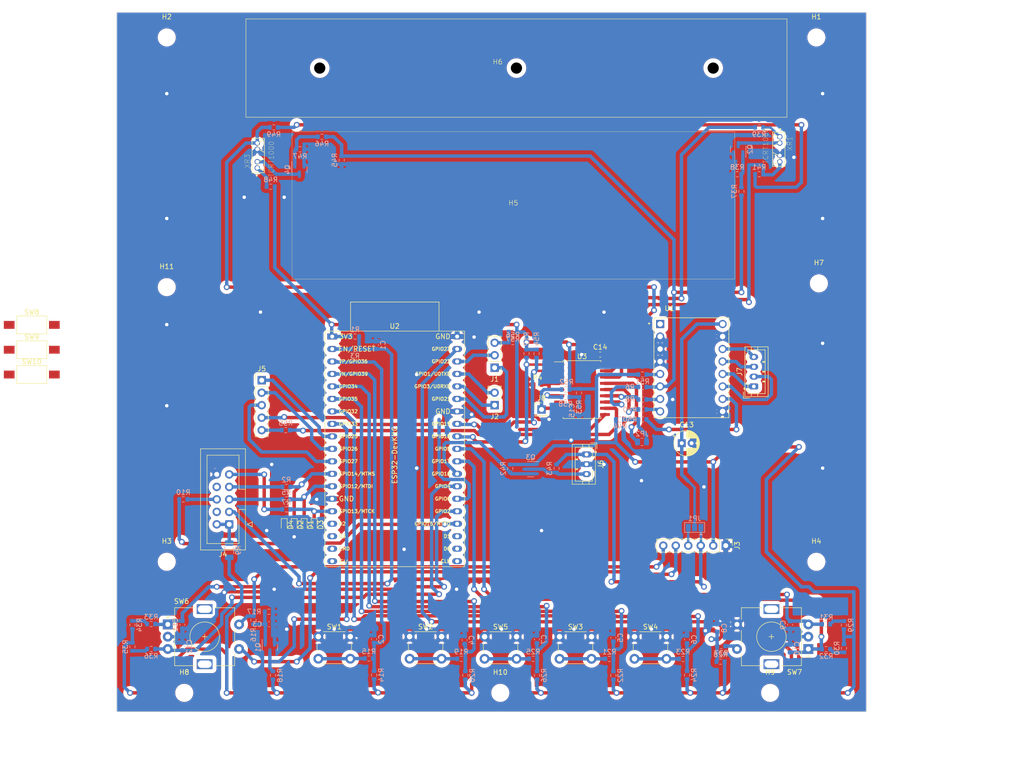
<source format=kicad_pcb>
(kicad_pcb (version 20221018) (generator pcbnew)
  (layers (0 "F.Cu" signal) (31 "B.Cu" signal) (34 "B.Paste" user) (35 "F.Paste" user) (36 "B.SilkS" user "B.Silkscreen") (37 "F.SilkS" user "F.Silkscreen") (38 "B.Mask" user) (39 "F.Mask" user) (44 "Edge.Cuts" user))
  (net 0 "")
  (net 1 "/nTRST")
  (net 2 "GNDD")
  (net 3 "/But_1")
  (net 4 "Net-(Q1-B)")
  (net 5 "/But_2")
  (net 6 "/But_4")
  (net 7 "/But_5")
  (net 8 "/But_3")
  (net 9 "/EQU_BUT")
  (net 10 "/EncEQU_B")
  (net 11 "/EncEQU_A")
  (net 12 "/EncVOL_A")
  (net 13 "/EncVOL_B")
  (net 14 "+9V")
  (net 15 "/Debug_TDI")
  (net 16 "/Debug_TMS")
  (net 17 "/Debug_TCK")
  (net 18 "/Debug_TDO")
  (net 19 "/I2C0_SDA")
  (net 20 "/I2C0_SCL")
  (net 21 "unconnected-(J5-Pin_4-Pad4)")
  (net 22 "/BT_UATR_RX")
  (net 23 "/BT_UATR_TX")
  (net 24 "/ON_OFF_button_IN")
  (net 25 "/ON_OFF_button_OUT")
  (net 26 "Net-(J4-Pin_1)")
  (net 28 "Net-(J4-Pin_5)")
  (net 29 "Net-(J4-Pin_6)")
  (net 30 "Net-(J4-Pin_7)")
  (net 32 "Net-(J4-Pin_9)")
  (net 33 "/I2S_SDOUT")
  (net 34 "/I2S_SCLK")
  (net 35 "/I2S_LRCLK")
  (net 36 "/BOOT")
  (net 37 "/~{PS_Sust_ESP32}")
  (net 38 "+5V")
  (net 39 "Net-(J6-Pin_3)")
  (net 40 "Net-(J7-Pin_1)")
  (net 41 "Net-(J7-Pin_2)")
  (net 42 "Net-(J7-Pin_3)")
  (net 43 "Net-(J7-Pin_4)")
  (net 44 "/VOL_BUT")
  (net 45 "Net-(Q2-G)")
  (net 46 "Net-(Q2-D)")
  (net 47 "+3V3")
  (net 48 "/WS2812_Data")
  (net 49 "Net-(Q4-G)")
  (net 50 "Net-(Q4-D)")
  (net 51 "Net-(U2-CHIP_PU)")
  (net 52 "Net-(C15-Pad1)")
  (net 53 "Net-(R15-Pad2)")
  (net 54 "Net-(R19-Pad2)")
  (net 55 "Net-(R21-Pad2)")
  (net 56 "Net-(R23-Pad2)")
  (net 57 "Net-(R25-Pad2)")
  (net 58 "Net-(R27-Pad2)")
  (net 59 "Net-(R29-Pad2)")
  (net 60 "Net-(R30-Pad2)")
  (net 61 "Net-(R33-Pad2)")
  (net 62 "Net-(R35-Pad2)")
  (net 63 "unconnected-(J8-Pin_1-Pad1)")
  (net 64 "Net-(R39-Pad2)")
  (net 65 "/~{MotorSleep}")
  (net 66 "/SensorEquSide")
  (net 67 "+3.3V")
  (net 68 "/MotorFault")
  (net 69 "Net-(R48-Pad2)")
  (net 70 "/SensorVolSide")
  (net 71 "Net-(U1-~{FLT})")
  (net 72 "Net-(U1-~{RST})")
  (net 73 "Net-(U3-A0)")
  (net 74 "/MotorStep")
  (net 75 "Net-(U3-GP2)")
  (net 76 "/MotorDir")
  (net 80 "Net-(U3-GP3)")
  (net 81 "/I2C1_SCL")
  (net 82 "Net-(U3-GP4)")
  (net 83 "/I2C1_SDA")
  (net 84 "Net-(U3-GP1)")
  (net 85 "unconnected-(U3-GP0-Pad10)")
  (net 86 "Net-(U3-~{RESET})")
  (net 93 "Net-(JP1-C)")
  (net 94 "Net-(JP2-A)")
  (net 95 "Net-(J1-Pin_3)")
  (footprint "Button_Switch_SMD:SW_SPST_FSMSM" (layer "F.Cu") (at 23.35 88.9)
    (fp_text reference "SW10")
    (fp_text value "Strapping button")
  )
  (footprint "Connector_JST:JST_PH_B4B-PH-K_1x04_P2.00mm_Vertical" (layer "F.Cu") (at 170.165 91.325 90)
    (fp_text reference "J7")
    (fp_text value "to stepper motor")
  )
  (footprint "Button_Switch_SMD:SW_SPST_FSMSM" (layer "F.Cu") (at 23.35 78.8)
    (fp_text reference "SW8")
    (fp_text value "Strapping button")
  )
  (footprint "Connector_IDC:IDC-Header_2x05_P2.54mm_Vertical" (layer "F.Cu") (at 63.5 119.38 180)
    (fp_text reference "J4")
    (fp_text value "Jtag")
  )
  (footprint "MountingHole:MountingHole_3.2mm_M3" (layer "F.Cu") (at 173.482 153.67)
    (fp_text reference "H9")
    (fp_text value "MountingHole")
  )
  (footprint "MountingHole:MountingHole_3.2mm_M3" (layer "F.Cu") (at 182.88 20.32)
    (fp_text reference "H1")
    (fp_text value "MountingHole")
  )
  (footprint "MountingHole:MountingHole_3.2mm_M3" (layer "F.Cu") (at 50.8 71.12)
    (fp_text reference "H11")
    (fp_text value "MountingHole")
  )
  (footprint "Connector_PinHeader_2.54mm:PinHeader_1x05_P2.54mm_Vertical" (layer "F.Cu") (at 70.104 90.06)
    (fp_text reference "J5")
    (fp_text value "I2S")
  )
  (footprint "Null_objects:NULL_stepper_motorArea" (layer "F.Cu") (at 121.9 26.555)
    (fp_text reference "H6")
    (fp_text value "NULL_StepperMotorHolder")
  )
  (footprint "MountingHole:MountingHole_3.2mm_M3" (layer "F.Cu") (at 50.8 20.32)
    (fp_text reference "H2")
    (fp_text value "MountingHole")
  )
  (footprint "Capacitor_THT:CP_Radial_D5.0mm_P2.00mm" (layer "F.Cu") (at 155.508888 102.87)
    (fp_text reference "C13")
    (fp_text value "100uF")
  )
  (footprint "Capacitor_SMD:C_0603_1608Metric" (layer "F.Cu") (at 138.925 84.836 180)
    (fp_text reference "C14")
    (fp_text value "100nF")
  )
  (footprint "Button_Switch_THT_SileliS:SW_PUSH_6mm_H4.3mm" (layer "F.Cu") (at 100.18 142.22)
    (fp_text reference "SW2")
    (fp_text value "SW_Push_Dual")
  )
  (footprint "Package_SO:SOIC-18W_7.5x11.6mm_P1.27mm" (layer "F.Cu") (at 135.24 91.96)
    (fp_text reference "U3")
    (fp_text value "MCP23008")
  )
  (footprint "MountingHole:MountingHole_3.2mm_M3" (layer "F.Cu") (at 50.8 127)
    (fp_text reference "H3")
    (fp_text value "MountingHole")
  )
  (footprint "Button_Switch_THT_SileliS:SW_PUSH_6mm_H4.3mm" (layer "F.Cu") (at 81.615 142.22)
    (fp_text reference "SW1")
    (fp_text value "SW_Push_Dual")
  )
  (footprint "Espressif:ESP32-DevKitC" (layer "F.Cu") (at 84.44 81.165)
    (fp_text reference "U2")
    (fp_text value "ESP32-DevKitC")
  )
  (footprint "Button_Switch_THT_SileliS:SW_PUSH_6mm_H4.3mm" (layer "F.Cu") (at 130.66 142.24)
    (fp_text reference "SW3")
    (fp_text value "SW_Push_Dual")
  )
  (footprint "MountingHole:MountingHole_3.2mm_M3" (layer "F.Cu") (at 118.618 153.67)
    (fp_text reference "H10")
    (fp_text value "MountingHole")
  )
  (footprint "Rotary_Encoder:RotaryEncoder_Alps_EC11E-Switch_Vertical_H20mm" (layer "F.Cu") (at 51.005 139.74)
    (fp_text reference "SW6")
    (fp_text value "Rotary_Encoder_Switch")
  )
  (footprint "Diode_SMD:D_SOD-523" (layer "F.Cu") (at 80.772 119.468 -90)
    (fp_text reference "D3")
    (fp_text value "ESD5Z3.3T1G")
  )
  (footprint "Button_Switch_THT_SileliS:SW_PUSH_6mm_H4.3mm" (layer "F.Cu") (at 145.9 142.24)
    (fp_text reference "SW4")
    (fp_text value "SW_Push_Dual")
  )
  (footprint "MountingHole:MountingHole_3.2mm_M3" (layer "F.Cu") (at 183.388 70.358)
    (fp_text reference "H7")
    (fp_text value "MountingHole")
  )
  (footprint "Connector_PinHeader_2.54mm:PinHeader_1x01_P2.54mm_Vertical" (layer "F.Cu") (at 127 96.012)
    (fp_text reference "J8")
    (fp_text value "Conn_01x01_Pin")
  )
  (footprint "MountingHole:MountingHole_3.2mm_M3" (layer "F.Cu") (at 54.356 153.67)
    (fp_text reference "H8")
    (fp_text value "MountingHole")
  )
  (footprint "OptoDevices_SileliS:XDCR_TCRT1000" (layer "F.Cu") (at 69.4 44.335 90)
    (fp_text reference "XR3")
    (fp_text value "TCRT1000")
  )
  (footprint "Resistor_SMD:R_0603_1608Metric" (layer "F.Cu") (at 126.175 90.932)
    (fp_text reference "R4")
    (fp_text value "1k")
  )
  (footprint "Connector_PinHeader_2.54mm:PinHeader_1x03_P2.54mm_Vertical" (layer "F.Cu") (at 117.46 87.515 180)
    (fp_text reference "J1")
    (fp_text value "I2C")
  )
  (footprint "Rotary_Encoder:RotaryEncoder_Alps_EC11E-Switch_Vertical_H20mm" (layer "F.Cu") (at 181.24 144.74 180)
    (fp_text reference "SW7")
    (fp_text value "Rotary_Encoder_Switch")
  )
  (footprint "Diode_SMD:D_SOD-523" (layer "F.Cu") (at 78.74 119.468 -90)
    (fp_text reference "D1")
    (fp_text value "ESD5Z3.3T1G")
  )
  (footprint "Connector_PinHeader_2.54mm:PinHeader_1x02_P2.54mm_Vertical" (layer "F.Cu") (at 117.46 95.135 180)
    (fp_text reference "J2")
    (fp_text value "UART")
  )
  (footprint "Connector_JST:JST_PH_B3B-PH-K_1x03_P2.00mm_Vertical" (layer "F.Cu") (at 136.144 105.156 -90)
    (fp_text reference "J6")
    (fp_text value "Backlight and leds")
  )
  (footprint "Button_Switch_THT_SileliS:SW_PUSH_6mm_H4.3mm" (layer "F.Cu") (at 115.42 142.24)
    (fp_text reference "SW5")
    (fp_text value "SW_Push_Dual")
  )
  (footprint "Button_Switch_SMD:SW_SPST_FSMSM" (layer "F.Cu") (at 23.35 83.85)
    (fp_text reference "SW9")
    (fp_text value "Strapping button")
  )
  (footprint "DRV8825_breakout:8825" (layer "F.Cu") (at 157.465 87.515)
    (fp_text reference "U1")
    (fp_text value "DRV8825_STEPPER_MOTOR_DRIVER_CARRIER")
  )
  (footprint "Null_objects:NULL_WS2812LedArea" (layer "F.Cu") (at 121.27 54.495)
    (fp_text reference "H5")
    (fp_text value "NULL_WS2812 LEDS_breakout")
  )
  (footprint "Diode_SMD:D_SOD-523" (layer "F.Cu") (at 74.676 119.468 -90)
    (fp_text reference "D4")
    (fp_text value "ESD5Z3.3T1G")
  )
  (footprint "MountingHole:MountingHole_3.2mm_M3" (layer "F.Cu") (at 182.88 127)
    (fp_text reference "H4")
    (fp_text value "MountingHole")
  )
  (footprint "Connector_PinHeader_2.54mm:PinHeader_1x06_P2.54mm_Vertical" (layer "F.Cu") (at 164.45 123.71 -90)
    (fp_text reference "J3")
    (fp_text value "power supply")
  )
  (footprint "Diode_SMD:D_SOD-523" (layer "F.Cu") (at 76.708 119.468 -90)
    (fp_text reference "D2")
    (fp_text value "ESD5Z3.3T1G")
  )
  (footprint "OptoDevices_SileliS:XDCR_TCRT1000" (layer "F.Cu") (at 175.245 43.065 -90)
    (fp_text reference "XR1")
    (fp_text value "TCRT1000")
  )
  (footprint "Package_TO_SOT_SMD:SOT-23" (layer "B.Cu") (at 71.755 144.4475 -90)
    (fp_text reference "Q1")
    (fp_text value "BC817")
  )
  (footprint "Resistor_SMD:R_0603_1608Metric" (layer "B.Cu") (at 71.56 137.16 180)
    (fp_text reference "R17")
    (fp_text value "10k")
  )
  (footprint "Resistor_SMD:R_0603_1608Metric" (layer "B.Cu") (at 147.511 88.9)
    (fp_text reference "R51")
    (fp_text value "10k")
  )
  (footprint "Resistor_SMD:R_0603_1608Metric" (layer "B.Cu") (at 110.68 146.74 180)
    (fp_text reference "R19")
    (fp_text value "1k")
  )
  (footprint "Resistor_SMD:R_0603_1608Metric" (layer "B.Cu") (at 188.48 139.89 90)
    (fp_text reference "R29")
    (fp_text value "10k")
  )
  (footprint "Resistor_SMD:R_0603_1608Metric" (layer "B.Cu") (at 131.889 91.948 180)
    (fp_text reference "R52")
    (fp_text value "4k7")
  )
  (footprint "Resistor_SMD:R_0603_1608Metric" (layer "B.Cu") (at 167.64 51.625 -90)
    (fp_text reference "R37")
    (fp_text value "1k")
  )
  (footprint "Resistor_SMD:R_0603_1608Metric" (layer "B.Cu") (at 91.885 146.685 180)
    (fp_text reference "R15")
    (fp_text value "1k")
  )
  (footprint "Resistor_SMD:R_0603_1608Metric" (layer "B.Cu") (at 75.105 114.3 180)
    (fp_text reference "R5")
    (fp_text value "100")
  )
  (footprint "Resistor_SMD:R_0603_1608Metric" (layer "B.Cu") (at 75.105 116.332 180)
    (fp_text reference "R7")
    (fp_text value "100")
  )
  (footprint "Capacitor_SMD:C_0603_1608Metric" (layer "B.Cu") (at 53.975 139.8 -90)
    (fp_text reference "C11")
    (fp_text value "100nF")
  )
  (footprint "Resistor_SMD:R_0603_1608Metric" (layer "B.Cu") (at 184.86 139.7 180)
    (fp_text reference "R31")
    (fp_text value "10k")
  )
  (footprint "Resistor_SMD:R_0603_1608Metric" (layer "B.Cu") (at 68.415 138.875 -90)
    (fp_text reference "R16")
    (fp_text value "1k")
  )
  (footprint "Resistor_SMD:R_0603_1608Metric" (layer "B.Cu") (at 171.245 48.145 180)
    (fp_text reference "R41")
    (fp_text value "100k")
  )
  (footprint "Resistor_SMD:R_0603_1608Metric" (layer "B.Cu") (at 134.62 92.647 90)
    (fp_text reference "R53")
    (fp_text value "100k")
  )
  (footprint "Resistor_SMD:R_0603_1608Metric" (layer "B.Cu") (at 82.345 40.525)
    (fp_text reference "R46")
    (fp_text value "1k")
  )
  (footprint "Resistor_SMD:R_0603_1608Metric" (layer "B.Cu") (at 86.36 45.275 -90)
    (fp_text reference "R45")
    (fp_text value "10k (R45)")
  )
  (footprint "Resistor_SMD:R_0603_1608Metric" (layer "B.Cu") (at 43.815 139.85 90)
    (fp_text reference "R34")
    (fp_text value "10k")
  )
  (footprint "Capacitor_SMD:C_0603_1608Metric" (layer "B.Cu") (at 162.7 140.475 90)
    (fp_text reference "C8")
    (fp_text value "100nF")
  )
  (footprint "Resistor_SMD:R_0603_1608Metric" (layer "B.Cu") (at 111.505 150.105 90)
    (fp_text reference "R20")
    (fp_text value "10k")
  )
  (footprint "Resistor_SMD:R_0603_1608Metric" (layer "B.Cu") (at 184.86 144.78)
    (fp_text reference "R32")
    (fp_text value "10k")
  )
  (footprint "Resistor_SMD:R_0603_1608Metric" (layer "B.Cu") (at 71.93 50.685 180)
    (fp_text reference "R48")
    (fp_text value "330")
  )
  (footprint "Resistor_SMD:R_0603_1608Metric" (layer "B.Cu") (at 163.385 147.32 180)
    (fp_text reference "R28")
    (fp_text value "10k")
  )
  (footprint "Resistor_SMD:R_0603_1608Metric" (layer "B.Cu") (at 147.511 98.044)
    (fp_text reference "R50")
    (fp_text value "1k5 (R50)")
  )
  (footprint "Capacitor_SMD:C_0603_1608Metric" (layer "B.Cu") (at 53.975 144.245 90)
    (fp_text reference "C12")
    (fp_text value "100nF")
  )
  (footprint "Resistor_SMD:R_1206_3216Metric" (layer "B.Cu") (at 63.5 124.6525 90)
    (fp_text reference "R9")
    (fp_text value "0")
  )
  (footprint "Resistor_SMD:R_0603_1608Metric" (layer "B.Cu") (at 72.565 38.62)
    (fp_text reference "R49")
    (fp_text value "100k")
  )
  (footprint "Resistor_SMD:R_0603_1608Metric" (layer "B.Cu") (at 171.245 38.62)
    (fp_text reference "R39")
    (fp_text value "330")
  )
  (footprint "Resistor_SMD:R_0603_1608Metric" (layer "B.Cu") (at 188.48 144.59 -90)
    (fp_text reference "R30")
    (fp_text value "10k")
  )
  (footprint "Jumper:SolderJumper-3_P1.3mm_Open_Pad1.0x1.5mm" (layer "B.Cu") (at 158.115 120.015 180)
    (fp_text reference "JP1")
    (fp_text value "Jumper_3_Open")
  )
  (footprint "Resistor_SMD:R_0603_1608Metric" (layer "B.Cu") (at 163.525 144.145)
    (fp_text reference "R27")
    (fp_text value "1k")
  )
  (footprint "Resistor_SMD:R_0603_1608Metric" (layer "B.Cu") (at 141.605 150.125 90)
    (fp_text reference "R22")
    (fp_text value "10k")
  )
  (footprint "Resistor_SMD:R_0603_1608Metric" (layer "B.Cu") (at 147.511 93.98 180)
    (fp_text reference "R8")
    (fp_text value "1k")
  )
  (footprint "Resistor_SMD:R_0603_1608Metric" (layer "B.Cu") (at 89.075 81.165 180)
    (fp_text reference "R1")
    (fp_text value "10k")
  )
  (footprint "Resistor_SMD:R_0603_1608Metric" (layer "B.Cu") (at 156.59 150.051 90)
    (fp_text reference "R24")
    (fp_text value "10k")
  )
  (footprint "Capacitor_SMD:C_0603_1608Metric" (layer "B.Cu") (at 177.535 144.64 90)
    (fp_text reference "C10")
    (fp_text value "100nF")
  )
  (footprint "Resistor_SMD:R_0603_1608Metric" (layer "B.Cu") (at 92.965 150.05 90)
    (fp_text reference "R14")
    (fp_text value "10k")
  )
  (footprint "Resistor_SMD:R_0805_2012Metric" (layer "B.Cu") (at 147.4235 102.616 180)
    (fp_text reference "JP2")
    (fp_text value "Jumper_2_Open")
  )
  (footprint "Resistor_SMD:R_0603_1608Metric" (layer "B.Cu") (at 140.78 146.76 180)
    (fp_text reference "R21")
    (fp_text value "1k")
  )
  (footprint "Capacitor_SMD:C_0603_1608Metric" (layer "B.Cu") (at 111.365 142.93 90)
    (fp_text reference "C4")
    (fp_text value "100nF")
  )
  (footprint "Resistor_SMD:R_0603_1608Metric" (layer "B.Cu") (at 89.075 83.705)
    (fp_text reference "R3")
    (fp_text value "1k")
  )
  (footprint "Capacitor_SMD:C_0603_1608Metric" (layer "B.Cu") (at 134.62 96.253 -90)
    (fp_text reference "C15")
    (fp_text value "1uF")
  )
  (footprint "Resistor_SMD:R_0603_1608Metric" (layer "B.Cu") (at 142.939 98.044)
    (fp_text reference "R44")
    (fp_text value "10k")
  )
  (footprint "Capacitor_SMD:C_0603_1608Metric" (layer "B.Cu") (at 177.535 139.84 -90)
    (fp_text reference "C9")
    (fp_text value "100nF")
  )
  (footprint "Resistor_SMD:R_0603_1608Metric" (layer "B.Cu") (at 155.765 146.76 180)
    (fp_text reference "R23")
    (fp_text value "1k")
  )
  (footprint "Capacitor_SMD:C_0603_1608Metric" (layer "B.Cu") (at 156.59 142.81 90)
    (fp_text reference "C6")
    (fp_text value "100nF")
  )
  (footprint "Resistor_SMD:R_0603_1608Metric" (layer "B.Cu") (at 166.8 48.145 180)
    (fp_text reference "R38")
    (fp_text value "10k")
  )
  (footprint "Resistor_SMD:R_0603_1608Metric" (layer "B.Cu") (at 43.815 144.295 -90)
    (fp_text reference "R35")
    (fp_text value "10k")
  )
  (footprint "Resistor_SMD:R_0603_1608Metric" (layer "B.Cu") (at 75.105 111.76 180)
    (fp_text reference "R2")
    (fp_text value "100")
  )
  (footprint "Resistor_SMD:R_0603_1608Metric" (layer "B.Cu") (at 147.511 91.44 180)
    (fp_text reference "R6")
    (fp_text value "1k")
  )
  (footprint "Resistor_SMD:R_0603_1608Metric" (layer "B.Cu") (at 123.952 84.645 90)
    (fp_text reference "R12")
    (fp_text value "4k7")
  )
  (footprint "Capacitor_SMD:C_0603_1608Metric" (layer "B.Cu") (at 126.077858 142.79 90)
    (fp_text reference "C7")
    (fp_text value "100nF")
  )
  (footprint "Package_TO_SOT_SMD:SOT-23" (layer "B.Cu") (at 77.77 47.2075 -90)
    (fp_text reference "Q4")
    (fp_text value "BSS138")
  )
  (footprint "Resistor_SMD:R_0603_1608Metric" (layer "B.Cu") (at 125.285 146.74 180)
    (fp_text reference "R25")
    (fp_text value "1k")
  )
  (footprint "Package_TO_SOT_SMD:SOT-23" (layer "B.Cu") (at 166.99 43.065 90)
    (fp_text reference "Q2")
    (fp_text value "BSS138")
  )
  (footprint "Resistor_SMD:R_0603_1608Metric" (layer "B.Cu") (at 126.077858 150.105 90)
    (fp_text reference "R26")
    (fp_text value "10k")
  )
  (footprint "Resistor_SMD:R_0603_1608Metric" (layer "B.Cu") (at 74.993 100.215 180)
    (fp_text reference "R55")
    (fp_text value "1k")
  )
  (footprint "Resistor_SMD:R_0603_1608Metric" (layer "B.Cu") (at 47.625 144.74)
    (fp_text reference "R36")
    (fp_text value "10k")
  )
  (footprint "Package_TO_SOT_SMD:SOT-23" (layer "B.Cu") (at 124.7775 108.15 180)
    (fp_text reference "Q3")
    (fp_text value "BSS138")
  )
  (footprint "Resistor_SMD:R_0603_1608Metric" (layer "B.Cu") (at 77.9 43.065)
    (fp_text reference "R47")
    (fp_text value "10k")
  )
  (footprint "Resistor_SMD:R_0603_1608Metric" (layer "B.Cu") (at 131.875 93.472)
    (fp_text reference "R58")
    (fp_text value "1k")
  )
  (footprint "Resistor_SMD:R_0603_1608Metric" (layer "B.Cu") (at 121.158 82.296 180)
    (fp_text reference "R56")
    (fp_text value "1k")
  )
  (footprint "Resistor_SMD:R_0603_1608Metric" (layer "B.Cu") (at 130.048 108.013 -90)
    (fp_text reference "R43")
    (fp_text value "10k")
  )
  (footprint "Resistor_SMD:R_0603_1608Metric" (layer "B.Cu") (at 47.625 139.66 180)
    (fp_text reference "R33")
    (fp_text value "10k")
  )
  (footprint "Resistor_SMD:R_0603_1608Metric" (layer "B.Cu") (at 72.39 150.105 90)
    (fp_text reference "R18")
    (fp_text value "10k")
  )
  (footprint "Resistor_SMD:R_0603_1608Metric" (layer "B.Cu") (at 147.511 96.012 180)
    (fp_text reference "R40")
    (fp_text value "1k")
  )
  (footprint "Resistor_SMD:R_0603_1608Metric" (layer "B.Cu") (at 125.984 84.645 90)
    (fp_text reference "R54")
    (fp_text value "4k7")
  )
  (footprint "Resistor_SMD:R_0603_1608Metric" (layer "B.Cu") (at 121.158 80.264)
    (fp_text reference "R57")
    (fp_text value "10k")
  )
  (footprint "Resistor_SMD:R_0603_1608Metric" (layer "B.Cu") (at 120.635 108.025 -90)
    (fp_text reference "R42")
    (fp_text value "10k")
  )
  (footprint "Capacitor_SMD:C_0603_1608Metric" (layer "B.Cu") (at 71.61 139.7)
    (fp_text reference "C3")
    (fp_text value "100nF")
  )
  (footprint "Capacitor_SMD:C_0603_1608Metric" (layer "B.Cu") (at 141.605 142.455 90)
    (fp_text reference "C5")
    (fp_text value "100nF")
  )
  (footprint "Resistor_SMD:R_0603_1608Metric" (layer "B.Cu") (at 54.165 114.3 180)
    (fp_text reference "R10")
    (fp_text value "100")
  )
  (footprint "Capacitor_SMD:C_0603_1608Metric" (layer "B.Cu") (at 93.33 82.93 90)
    (fp_text reference "C1")
    (fp_text value "100nF")
  )
  (footprint "Capacitor_SMD:C_0603_1608Metric" (layer "B.Cu") (at 92.965 142.735 90)
    (fp_text reference "C2")
    (fp_text value "100nF")
  )
  (gr_line (start 40.64 157.48) (end 193.04 157.48) (stroke (width 0.1)) (layer "Edge.Cuts"))
  (gr_line (start 193.04 15.24) (end 193.04 157.48) (stroke (width 0.1)) (layer "Edge.Cuts"))
  (gr_line (start 40.64 15.24) (end 40.64 157.48) (stroke (width 0.1)) (layer "Edge.Cuts"))
  (gr_line (start 193.04 15.24) (end 40.64 15.24) (stroke (width 0.1)) (layer "Edge.Cuts"))
  (segment (start 95.477289 131.739) (end 95.654745 131.561544) (width 0.5) (layer "F.Cu") (net 1))
  (segment (start 95.654745 131.561544) (end 95.654745 131.4385) (width 0.5) (layer "F.Cu") (net 1))
  (segment (start 77.687365 131.4385) (end 95.654745 131.4385) (width 0.7) (layer "F.Cu") (net 1))
  (via (at 95.654745 131.4385) (size 1.2) (drill 0.7) (layers "F.Cu" "B.Cu") (net 1))
  (via (at 77.687365 131.4385) (size 1.2) (drill 0.7) (layers "F.Cu" "B.Cu") (net 1))
  (segment (start 93.33 83.705) (end 95.389 83.705) (width 0.7) (layer "B.Cu") (net 1))
  (segment (start 89.9 81.165) (end 89.9 83.705) (width 0.7) (layer "B.Cu") (net 1))
  (segment (start 63.5 116.84) (end 64.516 116.84) (width 0.7) (layer "B.Cu") (net 1))
  (segment (start 96.52 84.836) (end 96.52 130.573245) (width 0.7) (layer "B.Cu") (net 1))
  (segment (start 89.9 83.705) (end 93.33 83.705) (width 0.7) (layer "B.Cu") (net 1))
  (segment (start 77.687365 130.011365) (end 77.687365 131.4385) (width 0.7) (layer "B.Cu") (net 1))
  (segment (start 95.389 83.705) (end 96.52 84.836) (width 0.7) (layer "B.Cu") (net 1))
  (segment (start 64.516 116.84) (end 77.687365 130.011365) (width 0.7) (layer "B.Cu") (net 1))
  (segment (start 96.52 130.573245) (end 95.654745 131.4385) (width 0.7) (layer "B.Cu") (net 1))
  (segment (start 76.708 120.168) (end 76.708 121.92) (width 0.7) (layer "F.Cu") (net 2))
  (segment (start 133.012875 102.2415) (end 137.8015 102.2415) (width 0.7) (layer "F.Cu") (net 2))
  (segment (start 81.788 121.92) (end 82.296 121.412) (width 0.7) (layer "F.Cu") (net 2))
  (segment (start 139.7 104.14) (end 139.7 107.188) (width 0.7) (layer "F.Cu") (net 2))
  (segment (start 84.836 140.716) (end 103.632 140.716) (width 0.7) (layer "F.Cu") (net 2))
  (segment (start 129.4945 97.04) (end 128.524 98.0105) (width 0.7) (layer "F.Cu") (net 2))
  (segment (start 135.128 84.836) (end 138.15 84.836) (width 0.7) (layer "F.Cu") (net 2))
  (segment (start 149.352 140.716) (end 160.029545 140.716) (width 0.7) (layer "F.Cu") (net 2))
  (segment (start 121.412 84.836) (end 120.904 85.344) (width 0.7) (layer "F.Cu") (net 2))
  (segment (start 135.128 84.836) (end 121.412 84.836) (width 0.7) (layer "F.Cu") (net 2))
  (segment (start 160.029545 140.716) (end 160.329578 141.016033) (width 0.7) (layer "F.Cu") (net 2))
  (segment (start 125.35 90.932) (end 120.904 90.932) (width 0.7) (layer "F.Cu") (net 2))
  (segment (start 80.772 121.92) (end 81.788 121.92) (width 0.7) (layer "F.Cu") (net 2))
  (segment (start 103.632 140.716) (end 118.872 140.716) (width 0.7) (layer "F.Cu") (net 2))
  (segment (start 112.776 97.028) (end 120.904 97.028) (width 0.7) (layer "F.Cu") (net 2))
  (segment (start 82.296 115.316) (end 81.28 114.3) (width 0.7) (layer "F.Cu") (net 2))
  (segment (start 72.644 132.588) (end 72.136 133.096) (width 0.7) (layer "F.Cu") (net 2))
  (segment (start 72.136 133.096) (end 62.624289 133.096) (width 0.7) (layer "F.Cu") (net 2))
  (segment (start 78.74 120.168) (end 78.74 121.92) (width 0.7) (layer "F.Cu") (net 2))
  (segment (start 66.548 52.832) (end 74.676 52.832) (width 0.7) (layer "F.Cu") (net 2))
  (segment (start 76.708 121.92) (end 74.676 121.92) (width 0.7) (layer "F.Cu") (net 2))
  (segment (start 120.904 90.932) (end 120.904 97.028) (width 0.7) (layer "F.Cu") (net 2))
  (segment (start 112.776 97.028) (end 112.776 81.788) (width 0.7) (layer "F.Cu") (net 2))
  (segment (start 121.288 97.412) (end 125.86 97.412) (width 0.7) (layer "F.Cu") (net 2))
  (segment (start 128.4905 98.044) (end 128.524 98.0105) (width 0.7) (layer "F.Cu") (net 2))
  (segment (start 130.59 97.04) (end 129.4945 97.04) (width 0.7) (layer "F.Cu") (net 2))
  (segment (start 126.492 98.044) (end 128.4905 98.044) (width 0.7) (layer "F.Cu") (net 2))
  (segment (start 72.136 119.634) (end 71.12 120.65) (width 0.7) (layer "F.Cu") (net 2))
  (segment (start 120.904 97.028) (end 121.288 97.412) (width 0.7) (layer "F.Cu") (net 2))
  (segment (start 160.321046 141.007501) (end 160.329578 141.016033) (width 0.5) (layer "F.Cu") (net 2))
  (segment (start 120.904 85.344) (end 120.904 90.932) (width 0.7) (layer "F.Cu") (net 2))
  (segment (start 118.872 140.716) (end 133.604 140.716) (width 0.7) (layer "F.Cu") (net 2))
  (segment (start 62.624289 133.096) (end 62.490789 133.2295) (width 0.7) (layer "F.Cu") (net 2))
  (segment (start 82.296 121.412) (end 82.296 115.316) (width 0.7) (layer "F.Cu") (net 2))
  (segment (start 133.604 140.716) (end 149.352 140.716) (width 0.7) (layer "F.Cu") (net 2))
  (segment (start 112.776 81.788) (end 113.284 81.28) (width 0.7) (layer "F.Cu") (net 2))
  (segment (start 80.772 120.168) (end 80.772 121.92) (width 0.7) (layer "F.Cu") (net 2))
  (segment (start 125.86 97.412) (end 126.492 98.044) (width 0.7) (layer "F.Cu") (net 2))
  (segment (start 78.74 121.92) (end 80.772 121.92) (width 0.7) (layer "F.Cu") (net 2))
  (segment (start 137.8015 102.2415) (end 139.7 104.14) (width 0.7) (layer "F.Cu") (net 2))
  (segment (start 74.676 121.92) (end 74.676 120.168) (width 0.7) (layer "F.Cu") (net 2))
  (segment (start 72.136 107.188) (end 72.136 119.634) (width 0.7) (layer "F.Cu") (net 2))
  (segment (start 76.708 121.92) (end 78.74 121.92) (width 0.7) (layer "F.Cu") (net 2))
  (via (at 72.644 132.588) (size 1.2) (drill 0.7) (layers "F.Cu" "B.Cu") (net 2))
  (via (at 75.184 140.716) (size 1.2) (drill 0.7) (layers "F.Cu" "B.Cu") (net 2))
  (via (at 112.776 97.028) (size 1.2) (drill 0.7) (layers "F.Cu" "B.Cu") (net 2))
  (via (at 50.8 31.75) (size 1.2) (drill 0.7) (layers "F.Cu" "B.Cu") (net 2))
  (via (at 153.67 93.98) (size 1.2) (drill 0.7) (layers "F.Cu" "B.Cu") (net 2))
  (via (at 74.676 52.832) (size 1.2) (drill 0.7) (layers "F.Cu" "B.Cu") (net 2))
  (via (at 149.352 140.716) (size 1.2) (drill 0.7) (layers "F.Cu" "B.Cu") (net 2))
  (via (at 139.7 76.2) (size 1.2) (drill 0.7) (layers "F.Cu" "B.Cu") (net 2))
  (via (at 114.3 76.2) (size 1.2) (drill 0.7) (layers "F.Cu" "B.Cu") (net 2))
  (via (at 178.308 44.704) (size 1.2) (drill 0.7) (layers "F.Cu" "B.Cu") (net 2))
  (via (at 128.524 98.0105) (size 1.2) (drill 0.7) (layers "F.Cu" "B.Cu") (net 2))
  (via (at 133.604 140.716) (size 1.2) (drill 0.7) (layers "F.Cu" "B.Cu") (net 2))
  (via (at 133.012875 102.2415) (size 1.2) (drill 0.7) (layers "F.Cu" "B.Cu") (net 2))
  (via (at 69.85 76.2) (size 1.2) (drill 0.7) (layers "F.Cu" "B.Cu") (net 2))
  (via (at 139.7 107.188) (size 1.2) (drill 0.7) (layers "F.Cu" "B.Cu") (net 2))
  (via (at 160.02 111.76) (size 1.2) (drill 0.7) (layers "F.Cu" "B.Cu") (net 2))
  (via (at 66.548 52.832) (size 1.2) (drill 0.7) (layers "F.Cu" "B.Cu") (net 2))
  (via (at 81.28 114.3) (size 1.2) (drill 0.7) (layers "F.Cu" "B.Cu") (net 2))
  (via (at 84.836 140.716) (size 1.2) (drill 0.7) (layers "F.Cu" "B.Cu") (net 2))
  (via (at 99.06 124.46) (size 1.2) (drill 0.7) (layers "F.Cu" "B.Cu") (net 2))
  (via (at 184.15 57.15) (size 1.2) (drill 0.7) (layers "F.Cu" "B.Cu") (net 2))
  (via (at 103.632 140.716) (size 1.2) (drill 0.7) (layers "F.Cu" "B.Cu") (net 2))
  (via (at 184.15 82.55) (size 1.2) (drill 0.7) (layers "F.Cu" "B.Cu") (net 2))
  (via (at 147.32 110.49) (size 1.2) (drill 0.7) (layers "F.Cu" "B.Cu") (net 2))
  (via (at 127 120.65) (size 1.2) (drill 0.7) (layers "F.Cu" "B.Cu") (net 2))
  (via (at 113.284 81.28) (size 1.2) (drill 0.7) (layers "F.Cu" "B.Cu") (net 2))
  (via (at 71.12 120.65) (size 1.2) (drill 0.7) (layers "F.Cu" "B.Cu") (net 2))
  (via (at 50.8 78.74) (size 1.2) (drill 0.7) (layers "F.Cu" "B.Cu") (net 2))
  (via (at 50.8 95.25) (size 1.2) (drill 0.7) (layers "F.Cu" "B.Cu") (net 2))
  (via (at 72.136 107.188) (size 1.2) (drill 0.7) (layers "F.Cu" "B.Cu") (net 2))
  (via (at 101.6 88.9) (size 1.2) (drill 0.7) (layers "F.Cu" "B.Cu") (net 2))
  (via (at 50.8 57.15) (size 1.2) (drill 0.7) (layers "F.Cu" "B.Cu") (net 2))
  (via (at 160.329578 141.016033) (size 1.2) (drill 0.7) (layers "F.Cu" "B.Cu") (net 2))
  (via (at 184.15 107.95) (size 1.2) (drill 0.7) (layers "F.Cu" "B.Cu") (net 2))
  (via (at 184.15 31.75) (size 1.2) (drill 0.7) (layers "F.Cu" "B.Cu") (net 2))
  (via (at 118.872 140.716) (size 1.2) (drill 0.7) (layers "F.Cu" "B.Cu") (net 2))
  (via (at 135.128 84.836) (size 1.2) (drill 0.7) (layers "F.Cu" "B.Cu") (net 2))
  (via (at 76.708 121.92) (size 1.2) (drill 0.7) (layers "F.Cu" "B.Cu") (net 2))
  (via (at 109.728 132.588) (size 1.2) (drill 0.7) (layers "F.Cu" "B.Cu") (net 2))
  (via (at 62.490789 133.2295) (size 1.2) (drill 0.7) (layers "F.Cu" "B.Cu") (net 2))
  (via (at 101.6 107.95) (size 1.2) (drill 0.7) (layers "F.Cu" "B.Cu") (net 2))
  (segment (start 164.45 123.71) (end 164.45 139.558) (width 0.7) (layer "B.Cu") (net 2))
  (segment (start 162.7 139.7) (end 161.645611 139.7) (width 0.7) (layer "B.Cu") (net 2))
  (segment (start 139.668 107.156) (end 139.7 107.188) (width 0.7) (layer "B.Cu") (net 2))
  (segment (start 162.74 139.74) (end 162.7 139.7) (width 0.5) (layer "B.Cu") (net 2))
  (segment (start 72.39 121.92) (end 76.708 121.92) (width 0.7) (layer "B.Cu") (net 2))
  (segment (start 134.62 100.634375) (end 133.012875 102.2415) (width 0.7) (layer "B.Cu") (net 2))
  (segment (start 181.24 142.24) (end 177.535 142.24) (width 0.7) (layer "B.Cu") (net 2))
  (segment (start 166.04 48.08) (end 165.975 48.145) (width 0.7) (layer "B.Cu") (net 2))
  (segment (start 88.115 142.22) (end 88.375 141.96) (width 0.7) (layer "B.Cu") (net 2))
  (segment (start 111.3 142.22) (end 111.365 142.155) (width 0.5) (layer "B.Cu") (net 2))
  (segment (start 135.128 84.836) (end 136.259 83.705) (width 0.7) (layer "B.Cu") (net 2))
  (segment (start 72.705 140.716) (end 72.705 143.51) (width 0.7) (layer "B.Cu") (net 2))
  (segment (start 147.424 140.716) (end 149.352 140.716) (width 0.7) (layer "B.Cu") (net 2))
  (segment (start 72.385 139.7) (end 72.705 140.02) (width 0.7) (layer "B.Cu") (net 2))
  (segment (start 81.395 114.185) (end 81.28 114.3) (width 0.5) (layer "B.Cu") (net 2))
  (segment (start 60.96 137.885) (end 60.96 136.652) (width 0.7) (layer "B.Cu") (net 2))
  (segment (start 103.632 140.716) (end 105.176 140.716) (width 0.7) (layer "B.Cu") (net 2))
  (segment (start 100.18 142.22) (end 101.684 140.716) (width 0.7) (layer "B.Cu") (net 2))
  (segment (start 115.42 142.24) (end 116.944 140.716) (width 0.7) (layer "B.Cu") (net 2))
  (segment (start 53.975 143.47) (end 53.975 142.24) (width 0.7) (layer "B.Cu") (net 2))
  (segment (start 134.62 97.028) (end 129.5065 97.028) (width 0.7) (layer "B.Cu") (net 2))
  (segment (start 76.708 52.832) (end 76.708 64.008) (width 0.7) (layer "B.Cu") (net 2))
  (segment (start 81.28 114.3) (end 84.325 114.3) (width 0.7) (layer "B.Cu") (net 2))
  (segment (start 72.385 132.847) (end 72.644 132.588) (width 0.7) (layer "B.Cu") (net 2))
  (segment (start 76.708 64.008) (end 92.964 80.264) (width 0.7) (layer "B.Cu") (net 2))
  (segment (start 105.176 140.716) (end 106.68 142.22) (width 0.7) (layer "B.Cu") (net 2))
  (segment (start 177.535 140.615) (end 177.535 142.24) (width 0.7) (layer "B.Cu") (net 2))
  (segment (start 78.75 46.24) (end 78.72 46.27) (width 0.5) (layer "B.Cu") (net 2))
  (segment (start 133.604 140.716) (end 135.636 140.716) (width 0.7) (layer "B.Cu") (net 2))
  (segment (start 163.576 50.544) (end 163.576 74.676) (width 0.7) (layer "B.Cu") (net 2))
  (segment (start 151.115 83.705) (end 151.115 86.245) (width 0.7) (layer "B.Cu") (net 2))
  (segment (start 166.7 139.7) (end 166.74 139.74) (width 0.7) (layer "B.Cu") (net 2))
  (segment (start 164.592 139.7) (end 166.7 139.7) (width 0.7) (layer "B.Cu") (net 2))
  (segment (start 51.005 142.24) (end 53.975 142.24) (width 0.7) (layer "B.Cu") (net 2))
  (segment (start 72.385 137.16) (end 72.385 132.847) (width 0.7) (layer "B.Cu") (net 2))
  (segment (start 166.04 44.0025) (end 166.04 48.08) (width 0.7) (layer "B.Cu") (net 2))
  (segment (start 93.33 80.63) (end 92.964 80.264) (width 0.7) (layer "B.Cu") (net 2))
  (segment (start 177.535 142.24) (end 177.535 143.865) (width 0.7) (layer "B.Cu") (net 2))
  (segment (start 78.8405 131.061068) (end 78.8405 132.4875) (width 0.7) (layer "B.Cu") (net 2))
  (segment (start 145.9 142.24) (end 147.424 140.716) (width 0.7) (layer "B.Cu") (net 2))
  (segment (start 78.725 46.265) (end 78.72 46.27) (width 0.7) (layer "B.Cu") (net 2))
  (segment (start 72.385 139.7) (end 72.385 137.16) (width 0.7) (layer "B.Cu") (net 2))
  (segment (start 92.964 80.264) (end 93.865 81.165) (width 0.7) (layer "B.Cu") (net 2))
  (segment (start 129.5065 97.028) (end 128.524 98.0105) (width 0.7) (layer "B.Cu") (net 2))
  (segment (start 164.45 97.04) (end 164.45 123.71) (width 0.7) (layer "B.Cu") (net 2))
  (segment (start 53.975 140.575) (end 58.27 140.575) (width 0.7) (layer "B.Cu") (net 2))
  (segment (start 151.115 81.165) (end 151.115 83.705) (width 0.7) (layer "B.Cu") (net 2))
  (segment (start 113.169 81.165) (end 113.284 81.28) (width 0.7) (layer "B.Cu") (net 2))
  (segment (start 101.684 140.716) (end 103.632 140.716) (width 0.7) (layer "B.Cu") (net 2))
  (segment (start 78.8405 132.4875) (end 78.74 132.588) (width 0.7) (layer "B.Cu") (net 2))
  (segment (start 134.62 97.028) (end 134.62 100.634375) (width 0.7) (layer "B.Cu") (net 2))
  (segment (start 160.135 81.165) (end 163.815 81.165) (width 0.7) (layer "B.Cu") (net 2))
  (segment (start 78.74 130.960568) (end 78.8405 131.061068) (width 0.7) (layer "B.Cu") (net 2))
  (segment (start 109.84 96.405) (end 112.153 96.405) (width 0.7) (layer "B.Cu") (net 2))
  (segment (start 75.184 140.716) (end 72.705 140.716) (width 0.7) (layer "B.Cu") (net 2))
  (segment (start 71.12 120.65) (end 72.39 121.92) (width 0.7) (layer "B.Cu") (net 2))
  (segment (start 165.975 48.145) (end 163.576 50.544) (width 0.7) (layer "B.Cu") (net 2))
  (segment (start 78.74 45.72) (end 78.74 46.25) (width 0.5) (layer "B.Cu") (net 2))
  (segment (start 161.645611 139.7) (end 160.329578 141.016033) (width 0.7) (layer "B.Cu") (net 2))
  (segment (start 163.815 96.405) (end 164.45 97.04) (width 0.7) (layer "B.Cu") (net 2))
  (segment (start 60.96 109.22) (end 60.96 108.204) (width 0.7) (layer "B.Cu") (net 2))
  (segment (start 109.84 81.165) (end 113.169 81.165) (width 0.7) (layer "B.Cu") (net 2))
  (segment (start 157.623888 96.405) (end 157.508888 96.52) (width 0.7) (layer "B.Cu") (net 2))
  (segment (start 150.876 140.716) (end 152.4 142.24) (width 0.7) (layer "B.Cu") (net 2))
  (segment (start 84.836 140.716) (end 86.611 140.716) (width 0.7) (layer "B.Cu") (net 2))
  (segment (start 116.944 140.716) (end 118.872 140.716) (width 0.7) (layer "B.Cu") (net 2))
  (segment (start 88.375 141.96) (end 92.965 141.96) (width 0.7) (layer "B.Cu") (net 2))
  (segment (start 66.548 45.717) (end 66.548 52.832) (width 0.7) (layer "B.Cu") (net 2))
  (segment (start 121.92 142.24) (end 122.145 142.015) (width 0.5) (layer "B.Cu") (net 2))
  (segment (start 157.508888 102.87) (end 157.508888 96.52) (width 0.7) (layer "B.Cu") (net 2))
  (segment (start 76.708 52.832) (end 74.676 52.832) (width 0.7) (layer "B.Cu") (net 2))
  (segment (start 157.508888 96.52) (end 157.508888 83.791112) (width 0.7) (layer "B.Cu") (net 2))
  (segment (start 78.74 132.588) (end 72.644 132.588) (width 0.7) (layer "B.Cu") (net 2))
  (segment (start 136.144 107.156) (end 139.668 107.156) (width 0.7) (layer "B.Cu") (net 2))
  (segment (start 86.36 46.1) (end 86.36 52.832) (width 0.7) (layer "B.Cu") (net 2))
  (segment (start 81.615 142.22) (end 83.119 140.716) (width 0.7) (layer "B.Cu") (net 2))
  (segment (start 60.96 108.204) (end 61.976 107.188) (width 0.7) (layer "B.Cu") (net 2))
  (segment (start 83.119 140.716) (end 84.836 140.716) (width 0.7) (layer "B.Cu") (net 2))
  (segment (start 175.445 44.335) (end 177.939 44.335) (width 0.68) (layer "B.Cu") (net 2))
  (segment (start 78.74 123.952) (end 78.74 130.960568) (width 0.7) (layer "B.Cu") (net 2))
  (segment (start 137.16 142.24) (end 137.72 141.68) (width 0.5) (layer "B.Cu") (net 2))
  (segment (start 58.27 140.575) (end 60.96 137.885) (width 0.7) (layer "B.Cu") (net 2))
  (segment (start 69.2 43.065) (end 66.548 45.717) (width 0.7) (layer "B.Cu") (net 2))
  (segment (start 162.7 139.7) (end 164.592 139.7) (width 0.7) (layer "B.Cu") (net 2))
  (segment (start 167.132 78.232) (end 167.132 80.264) (width 0.7) (layer "B.Cu") (net 2))
  (segment (start 76.708 121.92) (end 78.74 123.952) (width 0.7) (layer "B.Cu") (net 2))
  (segment (start 136.259 83.705) (end 151.115 83.705) (width 0.7) (layer "B.Cu") (net 2))
  (segment (start 163.815 96.405) (end 157.623888 96.405) (width 0.7) (layer "B.Cu") (net 2))
  (segment (start 62.490789 135.121211) (end 62.490789 133.2295) (width 0.7) (layer "B.Cu") (net 2))
  (segment (start 149.352 140.716) (end 150.876 140.716) (width 0.7) (layer "B.Cu") (net 2))
  (segment (start 78.74 46.25) (end 78.72 46.27) (width 0.5) (layer "B.Cu") (net 2))
  (segment (start 163.815 96.405) (end 163.7 96.52) (width 0.5) (layer "B.Cu") (net 2))
  (segment (start 177.939 44.335) (end 178.308 44.704) (width 0.68) (layer "B.Cu") (net 2))
  (segment (start 93.33 82.155) (end 93.33 80.63) (width 0.7) (layer "B.Cu") (net 2))
  (segment (start 164.45 139.558) (end 164.592 139.7) (width 0.7) (layer "B.Cu") (net 2))
  (segment (start 86.36 52.832) (end 78.232 52.832) (width 0.7) (layer "B.Cu") (net 2))
  (segment (start 163.576 74.676) (end 167.132 78.232) (width 0.7) (layer "B.Cu") (net 2))
  (segment (start 61.976 107.188) (end 72.136 107.188) (width 0.7) (layer "B.Cu") (net 2))
  (segment (start 130.66 142.24) (end 132.184 140.716) (width 0.7) (layer "B.Cu") (net 2))
  (segment (start 78.232 52.832) (end 76.708 52.832) (width 0.7) (layer "B.Cu") (net 2))
  (segment (start 152.4 142.24) (end 152.605 142.035) (width 0.5) (layer "B.Cu") (net 2))
  (segment (start 135.636 140.716) (end 137.16 142.24) (width 0.7) (layer "B.Cu") (net 2))
  (segment (start 166.231 81.165) (end 163.815 81.165) (width 0.7) (layer "B.Cu") (net 2))
  (segment (start 112.153 96.405) (end 112.776 97.028) (width 0.7) (layer "B.Cu") (net 2))
  (segment (start 60.96 136.652) (end 62.490789 135.121211) (width 0.7) (layer "B.Cu") (net 2))
  (segment (start 84.325 114.3) (end 84.44 114.185) (width 0.7) (layer "B.Cu") (net 2))
  (segment (start 157.508888 83.791112) (end 160.135 81.165) (width 0.7) (layer "B.Cu") (net 2))
  (segment (start 167.132 80.264) (end 166.231 81.165) (width 0.7) (layer "B.Cu") (net 2))
  (segment (start 165.975 44.0675) (end 166.04 44.0025) (width 0.5) (layer "B.Cu") (net 2))
  (segment (start 93.865 81.165) (end 109.84 81.165) (width 0.7) (layer "B.Cu") (net 2))
  (segment (start 132.184 140.716) (end 133.604 140.716) (width 0.7) (layer "B.Cu") (net 2))
  (segment (start 86.611 140.716) (end 88.115 142.22) (width 0.7) (layer "B.Cu") (net 2))
  (segment (start 53.975 142.24) (end 53.975 140.575) (width 0.7) (layer "B.Cu") (net 2))
  (segment (start 72.705 140.02) (end 72.705 140.716) (width 0.7) (layer "B.Cu") (net 2))
  (segment (start 78.725 43.065) (end 78.725 46.265) (width 0.7) (layer "B.Cu") (net 2))
  (segment (start 94.488 87.884) (end 94.488 139.192) (width 0.7) (layer "B.Cu") (net 3))
  (segment (start 94.488 139.192) (end 94.996 139.7) (width 0.7) (layer "B.Cu") (net 3))
  (segment (start 92.965 143.51) (end 92.965 146.812) (width 0.7) (layer "B.Cu") (net 3))
  (segment (start 85.455 86.36) (end 92.964 86.36) (width 0.7) (layer "B.Cu") (net 3))
  (segment (start 92.965 146.812) (end 92.965 149.225) (width 0.7) (layer "B.Cu") (net 3))
  (segment (start 92.838 146.685) (end 92.965 146.812) (width 0.7) (layer "B.Cu") (net 3))
  (segment (start 84.44 86.245) (end 85.34 86.245) (width 0.7) (layer "B.Cu") (net 3))
  (segment (start 92.71 146.685) (end 92.838 146.685) (width 0.7) (layer "B.Cu") (net 3))
  (segment (start 94.234 143.51) (end 92.965 143.51) (width 0.7) (layer "B.Cu") (net 3))
  (segment (start 94.996 142.748) (end 94.234 143.51) (width 0.7) (layer "B.Cu") (net 3))
  (segment (start 92.964 86.36) (end 94.488 87.884) (width 0.7) (layer "B.Cu") (net 3))
  (segment (start 94.996 139.7) (end 94.996 142.748) (width 0.7) (layer "B.Cu") (net 3))
  (segment (start 85.34 86.245) (end 85.455 86.36) (width 0.7) (layer "B.Cu") (net 3))
  (segment (start 70.735 137.16) (end 70.735 139.6) (width 0.7) (layer "B.Cu") (net 4))
  (segment (start 70.735 139.6) (end 70.835 139.7) (width 0.7) (layer "B.Cu") (net 4))
  (segment (start 70.835 143.48) (end 70.805 143.51) (width 0.7) (layer "B.Cu") (net 4))
  (segment (start 68.415 139.7) (end 70.835 139.7) (width 0.7) (layer "B.Cu") (net 4))
  (segment (start 70.835 139.7) (end 70.835 143.48) (width 0.7) (layer "B.Cu") (net 4))
  (segment (start 113.1845 135.0945) (end 113.284 134.995) (width 0.7) (layer "F.Cu") (net 5))
  (segment (start 93.109052 135.106052) (end 93.109052 134.9945) (width 0.5) (layer "F.Cu") (net 5))
  (segment (start 113.2505 135.128) (end 113.284 135.0945) (width 0.5) (layer "F.Cu") (net 5))
  (segment (start 93.131 135.128) (end 93.109052 135.106052) (width 0.5) (layer "F.Cu") (net 5))
  (segment (start 93.109052 134.9945) (end 93.209052 135.0945) (width 0.7) (layer "F.Cu") (net 5))
  (segment (start 113.284 135.0945) (end 113.284 134.995) (width 0.5) (layer "F.Cu") (net 5))
  (segment (start 93.209052 135.0945) (end 113.1845 135.0945) (width 0.7) (layer "F.Cu") (net 5))
  (via (at 113.284 134.995) (size 1.2) (drill 0.7) (layers "F.Cu" "B.Cu") (net 5))
  (via (at 93.109052 134.9945) (size 1.2) (drill 0.7) (layers "F.Cu" "B.Cu") (net 5))
  (segment (start 113.284 144.78) (end 113.284 134.995) (width 0.7) (layer "B.Cu") (net 5))
  (segment (start 111.365 143.705) (end 111.505 143.845) (width 0.7) (layer "B.Cu") (net 5))
  (segment (start 112.776 145.288) (end 113.284 144.78) (width 0.7) (layer "B.Cu") (net 5))
  (segment (start 84.44 88.785) (end 91.833 88.785) (width 0.7) (layer "B.Cu") (net 5))
  (segment (start 93.080499 134.965947) (end 93.109052 134.9945) (width 0.7) (layer "B.Cu") (net 5))
  (segment (start 111.505 145.288) (end 111.505 146.74) (width 0.7) (layer "B.Cu") (net 5))
  (segment (start 111.505 143.845) (end 111.505 145.288) (width 0.7) (layer "B.Cu") (net 5))
  (segment (start 111.505 145.288) (end 112.776 145.288) (width 0.7) (layer "B.Cu") (net 5))
  (segment (start 111.505 149.28) (end 111.505 146.74) (width 0.7) (layer "B.Cu") (net 5))
  (segment (start 93.080499 90.032499) (end 93.080499 134.965947) (width 0.7) (layer "B.Cu") (net 5))
  (segment (start 91.833 88.785) (end 93.080499 90.032499) (width 0.7) (layer "B.Cu") (net 5))
  (segment (start 90.428951 137.093) (end 143.156 137.093) (width 0.7) (layer "F.Cu") (net 6))
  (segment (start 90.401912 137.065961) (end 90.428951 137.093) (width 0.7) (layer "F.Cu") (net 6))
  (segment (start 143.156 137.093) (end 143.256 136.993) (width 0.7) (layer "F.Cu") (net 6))
  (via (at 90.401912 137.065961) (size 1.2) (drill 0.7) (layers "F.Cu" "B.Cu") (net 6))
  (via (at 143.256 136.993) (size 1.2) (drill 0.7) (layers "F.Cu" "B.Cu") (net 6))
  (segment (start 88.785 93.865) (end 90.401912 95.481912) (width 0.7) (layer "B.Cu") (net 6))
  (segment (start 84.44 93.865) (end 84.44 94.265) (width 0.5) (layer "B.Cu") (net 6))
  (segment (start 90.401912 95.481912) (end 90.401912 137.065961) (width 0.7) (layer "B.Cu") (net 6))
  (segment (start 141.605 143.23) (end 141.605 144.78) (width 0.7) (layer "B.Cu") (net 6))
  (segment (start 141.605 144.78) (end 141.605 146.76) (width 0.7) (layer "B.Cu") (net 6))
  (segment (start 141.605 144.78) (end 142.748 144.78) (width 0.7) (layer "B.Cu") (net 6))
  (segment (start 141.605 146.76) (end 141.605 149.3) (width 0.7) (layer "B.Cu") (net 6))
  (segment (start 142.748 144.78) (end 143.256 144.272) (width 0.7) (layer "B.Cu") (net 6))
  (segment (start 84.44 93.865) (end 88.785 93.865) (width 0.7) (layer "B.Cu") (net 6))
  (segment (start 143.256 144.272) (end 143.256 136.993) (width 0.7) (layer "B.Cu") (net 6))
  (segment (start 142.2065 138.1425) (end 158.733572 138.1425) (width 0.7) (layer "F.Cu") (net 7))
  (segment (start 158.80324 138.151002) (end 158.82507 138.129172) (width 0.5) (layer "F.Cu") (net 7))
  (segment (start 142.057 137.993) (end 142.2065 138.1425) (width 0.7) (layer "F.Cu") (net 7))
  (segment (start 158.82507 138.129172) (end 158.82507 138.051002) (width 0.5) (layer "F.Cu") (net 7))
  (segment (start 88.9 138.684) (end 90.390582 138.684) (width 0.7) (layer "F.Cu") (net 7))
  (segment (start 90.390582 138.684) (end 91.081582 137.993) (width 0.7) (layer "F.Cu") (net 7))
  (segment (start 91.081582 137.993) (end 142.057 137.993) (width 0.7) (layer "F.Cu") (net 7))
  (segment (start 158.733572 138.1425) (end 158.82507 138.051002) (width 0.7) (layer "F.Cu") (net 7))
  (via (at 158.82507 138.051002) (size 1.2) (drill 0.7) (layers "F.Cu" "B.Cu") (net 7))
  (via (at 88.9 138.684) (size 1.2) (drill 0.7) (layers "F.Cu" "B.Cu") (net 7))
  (segment (start 158.811742 143.066258) (end 158.811742 138.06433) (width 0.7) (layer "B.Cu") (net 7))
  (segment (start 84.44 96.405) (end 86.753 96.405) (width 0.7) (layer "B.Cu") (net 7))
  (segment (start 88.9 98.552) (end 88.9 138.684) (width 0.7) (layer "B.Cu") (net 7))
  (segment (start 84.44 96.405) (end 85.14 96.405) (width 0.5) (layer "B.Cu") (net 7))
  (segment (start 86.753 96.405) (end 88.9 98.552) (width 0.7) (layer "B.Cu") (net 7))
  (segment (start 156.59 146.76) (end 156.59 149.226) (width 0.7) (layer "B.Cu") (net 7))
  (segment (start 156.59 145.288) (end 158.811742 143.066258) (width 0.7) (layer "B.Cu") (net 7))
  (segment (start 156.59 145.288) (end 156.59 146.76) (width 0.7) (layer "B.Cu") (net 7))
  (segment (start 156.59 143.585) (end 156.59 145.288) (width 0.7) (layer "B.Cu") (net 7))
  (segment (start 158.811742 138.06433) (end 158.82507 138.051002) (width 0.7) (layer "B.Cu") (net 7))
  (segment (start 91.9815 136.144) (end 91.964909 136.127409) (width 0.5) (layer "F.Cu") (net 8))
  (segment (start 127.9825 136.144) (end 128.032909 136.093591) (width 0.5) (layer "F.Cu") (net 8))
  (segment (start 92.165909 136.1445) (end 127.831909 136.1445) (width 0.7) (layer "F.Cu") (net 8))
  (segment (start 91.964909 135.9435) (end 92.165909 136.1445) (width 0.7) (layer "F.Cu") (net 8))
  (segment (start 128.032909 136.093591) (end 128.032909 135.9435) (width 0.5) (layer "F.Cu") (net 8))
  (segment (start 91.964909 136.127409) (end 91.964909 135.9435) (width 0.5) (layer "F.Cu") (net 8))
  (segment (start 127.831909 136.1445) (end 128.032909 135.9435) (width 0.7) (layer "F.Cu") (net 8))
  (via (at 91.964909 135.9435) (size 1.2) (drill 0.7) (layers "F.Cu" "B.Cu") (net 8))
  (via (at 128.032909 135.9435) (size 1.2) (drill 0.7) (layers "F.Cu" "B.Cu") (net 8))
  (segment (start 91.953612 135.932203) (end 91.964909 135.9435) (width 0.7) (layer "B.Cu") (net 8))
  (segment (start 126.077858 145.288) (end 128.016 143.349858) (width 0.7) (layer "B.Cu") (net 8))
  (segment (start 126.077858 145.288) (end 126.077858 146.707858) (width 0.7) (layer "B.Cu") (net 8))
  (segment (start 126.077858 143.565) (end 126.077858 145.288) (width 0.7) (layer "B.Cu") (net 8))
  (segment (start 126.11 149.247858) (end 126.077858 149.28) (width 0.7) (layer "B.Cu") (net 8))
  (segment (start 126.11 146.74) (end 126.11 149.247858) (width 0.7) (layer "B.Cu") (net 8))
  (segment (start 128.016 135.960409) (end 128.032909 135.9435) (width 0.7) (layer "B.Cu") (net 8))
  (segment (start 84.44 91.325) (end 90.309 91.325) (width 0.7) (layer "B.Cu") (net 8))
  (segment (start 91.953612 92.969612) (end 91.953612 135.932203) (width 0.7) (layer "B.Cu") (net 8))
  (segment (start 90.309 91.325) (end 91.953612 92.969612) (width 0.7) (layer "B.Cu") (net 8))
  (segment (start 128.016 143.349858) (end 128.016 135.960409) (width 0.7) (layer "B.Cu") (net 8))
  (segment (start 126.077858 146.707858) (end 126.11 146.74) (width 0.7) (layer "B.Cu") (net 8))
  (segment (start 162.568502 139.200502) (end 163.576 140.208) (width 0.7) (layer "F.Cu") (net 9))
  (segment (start 163.576 142.24) (end 163.068 142.748) (width 0.7) (layer "F.Cu") (net 9))
  (segment (start 163.068 142.748) (end 161.544 142.748) (width 0.7) (layer "F.Cu") (net 9))
  (segment (start 104.648 139.200502) (end 162.568502 139.200502) (width 0.7) (layer "F.Cu") (net 9))
  (segment (start 163.576 140.208) (end 163.576 142.24) (width 0.7) (layer "F.Cu") (net 9))
  (via (at 161.544 142.748) (size 1.2) (drill 0.7) (layers "F.Cu" "B.Cu") (net 9))
  (via (at 104.648 139.200502) (size 1.2) (drill 0.7) (layers "F.Cu" "B.Cu") (net 9))
  (segment (start 161.544 142.748) (end 162.7 142.748) (width 0.7) (layer "B.Cu") (net 9))
  (segment (start 162.7 144.145) (end 162.7 147.18) (width 0.7) (layer "B.Cu") (net 9))
  (segment (start 162.7 142.748) (end 162.7 144.145) (width 0.7) (layer "B.Cu") (net 9))
  (segment (start 104.648 139.192) (end 104.648 139.200502) (width 0.5) (layer "B.Cu") (net 9))
  (segment (start 102.75 137.302502) (end 104.648 139.200502) (width 0.7) (layer "B.Cu") (net 9))
  (segment (start 102.75 90.795) (end 102.75 137.302502) (width 0.7) (layer "B.Cu") (net 9))
  (segment (start 109.84 83.705) (end 102.75 90.795) (width 0.7) (layer "B.Cu") (net 9))
  (segment (start 162.56 144.285) (end 162.7 144.145) (width 0.5) (layer "B.Cu") (net 9))
  (segment (start 104.6145 139.1585) (end 104.648 139.192) (width 0.5) (layer "B.Cu") (net 9))
  (segment (start 162.7 147.18) (end 162.56 147.32) (width 0.7) (layer "B.Cu") (net 9))
  (segment (start 162.7 141.25) (end 162.7 142.748) (width 0.7) (layer "B.Cu") (net 9))
  (segment (start 176.799814 133.7625) (end 176.899814 133.6625) (width 0.5) (layer "F.Cu") (net 10))
  (segment (start 115.316 132.588) (end 116.3905 133.6625) (width 0.7) (layer "F.Cu") (net 10))
  (segment (start 116.3905 133.6625) (end 176.899814 133.6625) (width 0.7) (layer "F.Cu") (net 10))
  (via (at 115.316 132.588) (size 1.2) (drill 0.7) (layers "F.Cu" "B.Cu") (net 10))
  (via (at 176.899814 133.6625) (size 1.2) (drill 0.7) (layers "F.Cu" "B.Cu") (net 10))
  (segment (start 177.535 139.065) (end 180.565 139.065) (width 0.7) (layer "B.Cu") (net 10))
  (segment (start 112.661 104.025) (end 115.316 106.68) (width 0.7) (layer "B.Cu") (net 10))
  (segment (start 176.899814 138.429814) (end 176.899814 133.6625) (width 0.7) (layer "B.Cu") (net 10))
  (segment (start 181.28 139.7) (end 181.24 139.74) (width 0.7) (layer "B.Cu") (net 10))
  (segment (start 115.316 106.68) (end 115.316 132.588) (width 0.7) (layer "B.Cu") (net 10))
  (segment (start 177.535 139.065) (end 176.899814 138.429814) (width 0.7) (layer "B.Cu") (net 10))
  (segment (start 180.565 139.065) (end 181.24 139.74) (width 0.7) (layer "B.Cu") (net 10))
  (segment (start 184.035 139.7) (end 181.28 139.7) (width 0.7) (layer "B.Cu") (net 10))
  (segment (start 109.84 104.025) (end 112.661 104.025) (width 0.7) (layer "B.Cu") (net 10))
  (segment (start 183.995 139.74) (end 184.035 139.7) (width 0.5) (layer "B.Cu") (net 10))
  (segment (start 183.072 134.812) (end 183.896 135.636) (width 0.7) (layer "F.Cu") (net 11))
  (segment (start 113.284 132.588) (end 115.316 134.62) (width 0.7) (layer "F.Cu") (net 11))
  (segment (start 175.574 134.812) (end 183.072 134.812) (width 0.7) (layer "F.Cu") (net 11))
  (segment (start 183.896 135.636) (end 183.896 142.24) (width 0.7) (layer "F.Cu") (net 11))
  (segment (start 115.316 134.62) (end 175.382 134.62) (width 0.7) (layer "F.Cu") (net 11))
  (segment (start 175.382 134.62) (end 175.574 134.812) (width 0.7) (layer "F.Cu") (net 11))
  (via (at 183.896 142.24) (size 1.2) (drill 0.7) (layers "F.Cu" "B.Cu") (net 11))
  (via (at 113.284 132.588) (size 1.2) (drill 0.7) (layers "F.Cu" "B.Cu") (net 11))
  (segment (start 181.28 144.78) (end 181.24 144.74) (width 0.5) (layer "B.Cu") (net 11))
  (segment (start 181.24 144.74) (end 183.995 144.74) (width 0.7) (layer "B.Cu") (net 11))
  (segment (start 183.995 144.74) (end 184.035 144.78) (width 0.7) (layer "B.Cu") (net 11))
  (segment (start 183.896 142.24) (end 183.896 144.641) (width 0.7) (layer "B.Cu") (net 11))
  (segment (start 184.035 142.379) (end 183.896 142.24) (width 0.5) (layer "B.Cu") (net 11))
  (segment (start 112.153 106.565) (end 113.284 107.696) (width 0.7) (layer "B.Cu") (net 11))
  (segment (start 113.284 107.696) (end 113.284 132.588) (width 0.7) (layer "B.Cu") (net 11))
  (segment (start 177.535 145.415) (end 180.565 145.415) (width 0.7) (layer "B.Cu") (net 11))
  (segment (start 180.565 145.415) (end 181.24 144.74) (width 0.7) (layer "B.Cu") (net 11))
  (segment (start 109.84 106.565) (end 112.153 106.565) (width 0.7) (layer "B.Cu") (net 11))
  (segment (start 183.896 144.641) (end 184.035 144.78) (width 0.7) (layer "B.Cu") (net 11))
  (segment (start 97.536 132.588) (end 98.044 132.08) (width 0.7) (layer "F.Cu") (net 12))
  (segment (start 75.184 131.064) (end 76.708 132.588) (width 0.7) (layer "F.Cu") (net 12))
  (segment (start 70.612 131.064) (end 75.184 131.064) (width 0.7) (layer "F.Cu") (net 12))
  (segment (start 98.044 132.08) (end 107.188 132.08) (width 0.7) (layer "F.Cu") (net 12))
  (segment (start 69.596 132.08) (end 70.612 131.064) (width 0.7) (layer "F.Cu") (net 12))
  (segment (start 76.708 132.588) (end 97.536 132.588) (width 0.7) (layer "F.Cu") (net 12))
  (segment (start 60.96 132.08) (end 61.151501 131.888499) (width 0.5) (layer "F.Cu") (net 12))
  (segment (start 60.96 132.08) (end 69.596 132.08) (width 0.7) (layer "F.Cu") (net 12))
  (via (at 107.188 132.08) (size 1.2) (drill 0.7) (layers "F.Cu" "B.Cu") (net 12))
  (via (at 60.96 132.08) (size 1.2) (drill 0.7) (layers "F.Cu" "B.Cu") (net 12))
  (segment (start 105.664 130.556) (end 107.188 132.08) (width 0.7) (layer "B.Cu") (net 12))
  (segment (start 106.795 116.725) (end 105.664 117.856) (width 0.7) (layer "B.Cu") (net 12))
  (segment (start 48.53 139.74) (end 48.45 139.66) (width 0.7) (layer "B.Cu") (net 12))
  (segment (start 59.365 132.08) (end 60.96 132.08) (width 0.7) (layer "B.Cu") (net 12))
  (segment (start 109.84 116.725) (end 106.795 116.725) (width 0.7) (layer "B.Cu") (net 12))
  (segment (start 53.975 139.025) (end 53.975 137.47) (width 0.7) (layer "B.Cu") (net 12))
  (segment (start 51.005 139.74) (end 48.53 139.74) (width 0.7) (layer "B.Cu") (net 12))
  (segment (start 51.005 139.74) (end 51.72 139.025) (width 0.7) (layer "B.Cu") (net 12))
  (segment (start 51.72 139.025) (end 53.975 139.025) (width 0.7) (layer "B.Cu") (net 12))
  (segment (start 50.925 139.66) (end 51.005 139.74) (width 0.5) (layer "B.Cu") (net 12))
  (segment (start 53.975 137.47) (end 59.365 132.08) (width 0.7) (layer "B.Cu") (net 12))
  (segment (start 105.664 117.856) (end 105.664 130.556) (width 0.7) (layer "B.Cu") (net 12))
  (segment (start 90.7985 134.2455) (end 91.44 133.604) (width 0.7) (layer "F.Cu") (net 13))
  (segment (start 91.44 133.604) (end 106.172 133.604) (width 0.7) (layer "F.Cu") (net 13))
  (segment (start 64.043452 134.2455) (end 90.7985 134.2455) (width 0.7) (layer "F.Cu") (net 13))
  (via (at 106.172 133.604) (size 1.2) (drill 0.7) (layers "F.Cu" "B.Cu") (net 13))
  (via (at 64.043452 134.2455) (size 1.2) (drill 0.7) (layers "F.Cu" "B.Cu") (net 13))
  (segment (start 106.287 111.645) (end 104.648 113.284) (width 0.7) (layer "B.Cu") (net 13))
  (segment (start 104.648 113.284) (end 104.648 132.08) (width 0.7) (layer "B.Cu") (net 13))
  (segment (start 61.976 137.668) (end 64.043452 135.600548) (width 0.7) (layer "B.Cu") (net 13))
  (segment (start 61.976 139.7) (end 61.976 137.668) (width 0.7) (layer "B.Cu") (net 13))
  (segment (start 53.975 145.02) (end 56.656 145.02) (width 0.7) (layer "B.Cu") (net 13))
  (segment (start 104.648 132.08) (end 106.172 133.604) (width 0.7) (layer "B.Cu") (net 13))
  (segment (start 51.005 144.74) (end 51.285 145.02) (width 0.7) (layer "B.Cu") (net 13))
  (segment (start 51.005 144.74) (end 48.45 144.74) (width 0.7) (layer "B.Cu") (net 13))
  (segment (start 109.84 111.645) (end 106.287 111.645) (width 0.7) (layer "B.Cu") (net 13))
  (segment (start 51.285 145.02) (end 53.975 145.02) (width 0.7) (layer "B.Cu") (net 13))
  (segment (start 56.656 145.02) (end 61.976 139.7) (width 0.7) (layer "B.Cu") (net 13))
  (segment (start 64.043452 135.600548) (end 64.043452 134.2455) (width 0.7) (layer "B.Cu") (net 13))
  (segment (start 156.815 120.015) (end 156.815 123.695) (width 0.5) (layer "B.Cu") (net 14))
  (segment (start 156.815 123.695) (end 156.83 123.71) (width 0.5) (layer "B.Cu") (net 14))
  (segment (start 78.74 118.768) (end 78.74 113.792) (width 0.7) (layer "F.Cu") (net 15))
  (via (at 78.74 113.792) (size 1.2) (drill 0.7) (layers "F.Cu" "B.Cu") (net 15))
  (segment (start 75.93 114.3) (end 78.232 114.3) (width 0.7) (layer "B.Cu") (net 15))
  (segment (start 78.74 113.792) (end 80.887 111.645) (width 0.7) (layer "B.Cu") (net 15))
  (segment (start 78.232 114.3) (end 78.74 113.792) (width 0.7) (layer "B.Cu") (net 15))
  (segment (start 80.887 111.645) (end 84.44 111.645) (width 0.7) (layer "B.Cu") (net 15))
  (segment (start 76.708 112.776) (end 78.232 111.252) (width 0.7) (layer "F.Cu") (net 16))
  (segment (start 76.708 118.768) (end 76.708 112.776) (width 0.7) (layer "F.Cu") (net 16))
  (via (at 78.232 111.252) (size 1.2) (drill 0.7) (layers "F.Cu" "B.Cu") (net 16))
  (segment (start 80.379 109.105) (end 84.44 109.105) (width 0.7) (layer "B.Cu") (net 16))
  (segment (start 77.724 111.76) (end 78.232 111.252) (width 0.7) (layer "B.Cu") (net 16))
  (segment (start 75.93 111.76) (end 77.724 111.76) (width 0.7) (layer "B.Cu") (net 16))
  (segment (start 78.232 111.252) (end 80.379 109.105) (width 0.7) (layer "B.Cu") (net 16))
  (segment (start 80.772 118.768) (end 80.772 116.725) (width 0.7) (layer "F.Cu") (net 17))
  (via (at 80.772 116.725) (size 1.2) (drill 0.7) (layers "F.Cu" "B.Cu") (net 17))
  (segment (start 80.772 116.725) (end 84.44 116.725) (width 0.7) (layer "B.Cu") (net 17))
  (segment (start 75.93 116.332) (end 80.379 116.332) (width 0.7) (layer "B.Cu") (net 17))
  (segment (start 80.379 116.332) (end 80.772 116.725) (width 0.7) (layer "B.Cu") (net 17))
  (segment (start 86.001 123.295) (end 86.36 122.936) (width 0.5) (layer "F.Cu") (net 18))
  (segment (start 53.848 122.936) (end 54.207 123.295) (width 0.7) (layer "F.Cu") (net 18))
  (segment (start 74.676 118.768) (end 73.256 118.768) (width 0.7) (layer "F.Cu") (net 18))
  (segment (start 73.152 118.872) (end 73.152 123.295) (width 0.7) (layer "F.Cu") (net 18))
  (segment (start 73.252 123.195) (end 86.101 123.195) (width 0.7) (layer "F.Cu") (net 18))
  (segment (start 107.314711 119.38) (end 107.3215 119.386789) (width 0.7) (layer "F.Cu") (net 18))
  (segment (start 89.916 119.38) (end 107.314711 119.38) (width 0.7) (layer "F.Cu") (net 18))
  (segment (start 86.36 122.936) (end 89.916 119.38) (width 0.7) (layer "F.Cu") (net 18))
  (segment (start 54.207 123.295) (end 73.152 123.295) (width 0.7) (layer "F.Cu") (net 18))
  (segment (start 73.256 118.768) (end 73.152 118.872) (width 0.7) (layer "F.Cu") (net 18))
  (segment (start 86.101 123.195) (end 86.36 122.936) (width 0.7) (layer "F.Cu") (net 18))
  (segment (start 73.152 123.295) (end 73.252 123.195) (width 0.7) (layer "F.Cu") (net 18))
  (via (at 107.3215 119.386789) (size 1.2) (drill 0.7) (layers "F.Cu" "B.Cu") (net 18))
  (via (at 53.848 122.936) (size 1.2) (drill 0.7) (layers "F.Cu" "B.Cu") (net 18))
  (segment (start 53.34 122.428) (end 53.848 122.936) (width 0.7) (layer "B.Cu") (net 18))
  (segment (start 109.84 119.265) (end 107.443289 119.265) (width 0.7) (layer "B.Cu") (net 18))
  (segment (start 107.443289 119.265) (end 107.3215 119.386789) (width 0.7) (layer "B.Cu") (net 18))
  (segment (start 53.34 114.3) (end 53.34 122.428) (width 0.7) (layer "B.Cu") (net 18))
  (segment (start 109.84 93.865) (end 111.645 93.865) (width 0.7) (layer "B.Cu") (net 19))
  (segment (start 119.011 87.515) (end 117.46 87.515) (width 0.7) (layer "B.Cu") (net 19))
  (segment (start 119.888 97.028) (end 119.888 88.392) (width 0.7) (layer "B.Cu") (net 19))
  (segment (start 119.888 88.392) (end 119.011 87.515) (width 0.7) (layer "B.Cu") (net 19))
  (segment (start 111.645 93.865) (end 115.316 97.536) (width 0.7) (layer "B.Cu") (net 19))
  (segment (start 119.38 97.536) (end 119.888 97.028) (width 0.7) (layer "B.Cu") (net 19))
  (segment (start 115.316 97.536) (end 119.38 97.536) (width 0.7) (layer "B.Cu") (net 19))
  (segment (start 113.145 84.975) (end 117.46 84.975) (width 0.7) (layer "B.Cu") (net 20))
  (segment (start 111.875 86.245) (end 113.145 84.975) (width 0.7) (layer "B.Cu") (net 20))
  (segment (start 109.84 86.245) (end 111.875 86.245) (width 0.7) (layer "B.Cu") (net 20))
  (segment (start 104.14 99.06) (end 88.9 99.06) (width 0.7) (layer "F.Cu") (net 21))
  (segment (start 87.503 97.663) (end 74.803 97.663) (width 0.7) (layer "F.Cu") (net 21))
  (segment (start 74.803 97.663) (end 74.676 97.536) (width 0.7) (layer "F.Cu") (net 21))
  (segment (start 88.9 99.06) (end 87.503 97.663) (width 0.7) (layer "F.Cu") (net 21))
  (via (at 74.676 97.536) (size 1.2) (drill 0.7) (layers "F.Cu" "B.Cu") (net 21))
  (segment (start 70.104 97.68) (end 74.532 97.68) (width 0.7) (layer "B.Cu") (net 21))
  (segment (start 74.532 97.68) (end 74.676 97.536) (width 0.7) (layer "B.Cu") (net 21))
  (segment (start 70.248 97.536) (end 70.104 97.68) (width 0.5) (layer "B.Cu") (net 21))
  (segment (start 111.137 91.325) (end 114.947 95.135) (width 0.7) (layer "B.Cu") (net 22))
  (segment (start 114.947 95.135) (end 117.46 95.135) (width 0.7) (layer "B.Cu") (net 22))
  (segment (start 109.84 91.325) (end 111.137 91.325) (width 0.7) (layer "B.Cu") (net 22))
  (segment (start 112.153 88.785) (end 115.963 92.595) (width 0.7) (layer "B.Cu") (net 23))
  (segment (start 109.84 88.785) (end 112.153 88.785) (width 0.7) (layer "B.Cu") (net 23))
  (segment (start 115.963 92.595) (end 117.46 92.595) (width 0.7) (layer "B.Cu") (net 23))
  (segment (start 153.416 129.54) (end 153.349 129.473) (width 0.5) (layer "F.Cu") (net 24))
  (segment (start 144.78 129.032) (end 81.200824 129.032) (width 0.7) (layer "F.Cu") (net 24))
  (segment (start 153.416 129.54) (end 145.288 129.54) (width 0.7) (layer "F.Cu") (net 24))
  (segment (start 81.200824 129.032) (end 79.943824 130.289) (width 0.7) (layer "F.Cu") (net 24))
  (segment (start 145.288 129.54) (end 144.78 129.032) (width 0.7) (layer "F.Cu") (net 24))
  (segment (start 68.58 147.32) (end 77.216 147.32) (width 0.7) (layer "F.Cu") (net 24))
  (via (at 77.216 147.32) (size 1.2) (drill 0.7) (layers "F.Cu" "B.Cu") (net 24))
  (via (at 68.58 147.32) (size 1.2) (drill 0.7) (layers "F.Cu" "B.Cu") (net 24))
  (via (at 153.416 129.54) (size 1.2) (drill 0.7) (layers "F.Cu" "B.Cu") (net 24))
  (via (at 79.943824 130.289) (size 1.2) (drill 0.7) (layers "F.Cu" "B.Cu") (net 24))
  (segment (start 66 144.74) (end 68.58 147.32) (width 0.7) (layer "B.Cu") (net 24))
  (segment (start 154.29 123.71) (end 154.29 128.666) (width 0.7) (layer "B.Cu") (net 24))
  (segment (start 79.943824 130.46709) (end 79.943824 130.289) (width 0.5) (layer "B.Cu") (net 24))
  (segment (start 79.943824 144.592176) (end 79.943824 130.289) (width 0.7) (layer "B.Cu") (net 24))
  (segment (start 65.505 144.74) (end 66 144.74) (width 0.7) (layer "B.Cu") (net 24))
  (segment (start 77.216 147.32) (end 79.943824 144.592176) (width 0.7) (layer "B.Cu") (net 24))
  (segment (start 154.29 128.666) (end 153.416 129.54) (width 0.7) (layer "B.Cu") (net 24))
  (segment (start 79.756 130.654914) (end 79.943824 130.46709) (width 0.5) (layer "B.Cu") (net 24))
  (segment (start 71.101 128.035) (end 150.349 128.035) (width 0.7) (layer "F.Cu") (net 25))
  (segment (start 68.58 130.556) (end 71.101 128.035) (width 0.7) (layer "F.Cu") (net 25))
  (segment (start 150.349 128.035) (end 150.368 128.016) (width 0.7) (layer "F.Cu") (net 25))
  (via (at 150.368 128.016) (size 1.2) (drill 0.7) (layers "F.Cu" "B.Cu") (net 25))
  (via (at 68.58 130.556) (size 1.2) (drill 0.7) (layers "F.Cu" "B.Cu") (net 25))
  (segment (start 67.195 138.05) (end 68.415 138.05) (width 0.7) (layer "B.Cu") (net 25))
  (segment (start 68.58 130.556) (end 68.58 137.885) (width 0.7) (layer "B.Cu") (net 25))
  (segment (start 65.505 139.74) (end 67.195 138.05) (width 0.7) (layer "B.Cu") (net 25))
  (segment (start 151.75 123.71) (end 151.75 126.634) (width 0.7) (layer "B.Cu") (net 25))
  (segment (start 151.75 126.634) (end 150.368 128.016) (width 0.7) (layer "B.Cu") (net 25))
  (segment (start 68.58 137.885) (end 68.415 138.05) (width 0.7) (layer "B.Cu") (net 25))
  (segment (start 63.5 119.38) (end 63.5 123.19) (width 0.7) (layer "B.Cu") (net 26))
  (segment (start 60.96 119.38) (end 63.5 119.38) (width 0.7) (layer "B.Cu") (net 26))
  (segment (start 63.5 114.3) (end 74.28 114.3) (width 0.7) (layer "B.Cu") (net 28))
  (segment (start 60.96 114.3) (end 54.99 114.3) (width 0.7) (layer "B.Cu") (net 29))
  (segment (start 63.5 111.76) (end 74.28 111.76) (width 0.7) (layer "B.Cu") (net 30))
  (segment (start 70.612 109.22) (end 70.612 116.332) (width 0.7) (layer "F.Cu") (net 32))
  (via (at 70.612 116.332) (size 1.2) (drill 0.7) (layers "F.Cu" "B.Cu") (net 32))
  (via (at 70.612 109.22) (size 1.2) (drill 0.7) (layers "F.Cu" "B.Cu") (net 32))
  (segment (start 70.612 116.332) (end 74.28 116.332) (width 0.7) (layer "B.Cu") (net 32))
  (segment (start 63.5 109.22) (end 70.612 109.22) (width 0.7) (layer "B.Cu") (net 32))
  (segment (start 82.689 101.485) (end 84.44 101.485) (width 0.7) (layer "B.Cu") (net 33))
  (segment (start 72.28 90.06) (end 81.788 99.568) (width 0.7) (layer "B.Cu") (net 33))
  (segment (start 81.788 100.584) (end 82.689 101.485) (width 0.7) (layer "B.Cu") (net 33))
  (segment (start 70.104 90.06) (end 72.28 90.06) (width 0.7) (layer "B.Cu") (net 33))
  (segment (start 81.788 99.568) (end 81.788 100.584) (width 0.7) (layer "B.Cu") (net 33))
  (segment (start 80.264 100.076) (end 72.788 92.6) (width 0.7) (layer "B.Cu") (net 34))
  (segment (start 72.788 92.6) (end 70.104 92.6) (width 0.7) (layer "B.Cu") (net 34))
  (segment (start 84.44 104.025) (end 82.181 104.025) (width 0.7) (layer "B.Cu") (net 34))
  (segment (start 82.181 104.025) (end 80.264 102.108) (width 0.7) (layer "B.Cu") (net 34))
  (segment (start 80.264 102.108) (end 80.264 100.076) (width 0.7) (layer "B.Cu") (net 34))
  (segment (start 70.104 95.14) (end 67.928 95.14) (width 0.7) (layer "B.Cu") (net 35))
  (segment (start 70.104 104.648) (end 79.248 104.648) (width 0.7) (layer "B.Cu") (net 35))
  (segment (start 67.928 95.14) (end 67.564 95.504) (width 0.7) (layer "B.Cu") (net 35))
  (segment (start 67.564 95.504) (end 67.564 102.108) (width 0.7) (layer "B.Cu") (net 35))
  (segment (start 79.248 104.648) (end 81.165 106.565) (width 0.7) (layer "B.Cu") (net 35))
  (segment (start 81.165 106.565) (end 84.44 106.565) (width 0.7) (layer "B.Cu") (net 35))
  (segment (start 67.564 102.108) (end 70.104 104.648) (width 0.7) (layer "B.Cu") (net 35))
  (segment (start 109.84 114.185) (end 111.875 114.185) (width 0.7) (layer "B.Cu") (net 36))
  (segment (start 112.268 111.252) (end 111.271 110.255) (width 0.7) (layer "B.Cu") (net 36))
  (segment (start 108.731 110.255) (end 108.712 110.236) (width 0.7) (layer "B.Cu") (net 36))
  (segment (start 107.188 110.236) (end 106.172 109.22) (width 0.7) (layer "B.Cu") (net 36))
  (segment (start 108.712 110.236) (end 107.188 110.236) (width 0.7) (layer "B.Cu") (net 36))
  (segment (start 121.983 82.296) (end 121.983 99.505) (width 0.7) (layer "B.Cu") (net 36))
  (segment (start 111.875 114.185) (end 112.268 113.792) (width 0.7) (layer "B.Cu") (net 36))
  (segment (start 106.172 109.22) (end 106.172 98.044) (width 0.7) (layer "B.Cu") (net 36))
  (segment (start 121.983 99.505) (end 121.92 99.568) (width 0.7) (layer "B.Cu") (net 36))
  (segment (start 111.271 110.255) (end 108.731 110.255) (width 0.7) (layer "B.Cu") (net 36))
  (segment (start 112.268 113.792) (end 112.268 111.252) (width 0.7) (layer "B.Cu") (net 36))
  (segment (start 70.104 100.22) (end 74.163 100.22) (width 0.7) (layer "B.Cu") (net 37))
  (segment (start 74.163 100.22) (end 74.168 100.215) (width 0.7) (layer "B.Cu") (net 37))
  (segment (start 141.224 131.064) (end 159.004 131.064) (width 0.7) (layer "F.Cu") (net 38))
  (segment (start 159.004 131.064) (end 160.02 132.08) (width 0.7) (layer "F.Cu") (net 38))
  (via (at 141.224 131.064) (size 1.2) (drill 0.7) (layers "F.Cu" "B.Cu") (net 38))
  (via (at 160.02 132.08) (size 1.2) (drill 0.7) (layers "F.Cu" "B.Cu") (net 38))
  (segment (start 140.208 105.156) (end 141.732 106.68) (width 0.7) (layer "B.Cu") (net 38))
  (segment (start 130.048 107.188) (end 132.08 105.156) (width 0.7) (layer "B.Cu") (net 38))
  (segment (start 159.37 131.43) (end 160.02 132.08) (width 0.7) (layer "B.Cu") (net 38))
  (segment (start 136.144 105.156) (end 140.208 105.156) (width 0.7) (layer "B.Cu") (net 38))
  (segment (start 141.732 130.556) (end 141.224 131.064) (width 0.7) (layer "B.Cu") (net 38))
  (segment (start 132.08 105.156) (end 136.144 105.156) (width 0.7) (layer "B.Cu") (net 38))
  (segment (start 159.37 123.71) (end 159.37 131.43) (width 0.7) (layer "B.Cu") (net 38))
  (segment (start 159.415 120.015) (end 159.415 123.665) (width 0.5) (layer "B.Cu") (net 38))
  (segment (start 159.415 123.665) (end 159.37 123.71) (width 0.5) (layer "B.Cu") (net 38))
  (segment (start 141.732 106.68) (end 141.732 130.556) (width 0.7) (layer "B.Cu") (net 38))
  (segment (start 123.84 108.15) (end 127.454 108.15) (width 0.7) (layer "B.Cu") (net 39))
  (segment (start 127.454 108.15) (end 128.142 108.838) (width 0.7) (layer "B.Cu") (net 39))
  (segment (start 130.366 109.156) (end 136.144 109.156) (width 0.7) (layer "B.Cu") (net 39))
  (segment (start 130.048 108.838) (end 130.366 109.156) (width 0.7) (layer "B.Cu") (net 39))
  (segment (start 128.142 108.838) (end 130.048 108.838) (width 0.7) (layer "B.Cu") (net 39))
  (segment (start 166.001 88.785) (end 168.541 91.325) (width 0.7) (layer "B.Cu") (net 40))
  (segment (start 163.815 88.785) (end 166.001 88.785) (width 0.7) (layer "B.Cu") (net 40))
  (segment (start 168.541 91.325) (end 170.165 91.325) (width 0.7) (layer "B.Cu") (net 40))
  (segment (start 165.493 91.325) (end 168.148 93.98) (width 0.7) (layer "B.Cu") (net 41))
  (segment (start 172.72 93.98) (end 173.736 92.964) (width 0.7) (layer "B.Cu") (net 41))
  (segment (start 173.736 92.964) (end 173.736 89.916) (width 0.7) (layer "B.Cu") (net 41))
  (segment (start 173.145 89.325) (end 170.165 89.325) (width 0.7) (layer "B.Cu") (net 41))
  (segment (start 173.736 89.916) (end 173.145 89.325) (width 0.7) (layer "B.Cu") (net 41))
  (segment (start 168.148 93.98) (end 172.72 93.98) (width 0.7) (layer "B.Cu") (net 41))
  (segment (start 163.815 91.325) (end 165.493 91.325) (width 0.7) (layer "B.Cu") (net 41))
  (segment (start 167.589 87.325) (end 170.165 87.325) (width 0.7) (layer "B.Cu") (net 42))
  (segment (start 166.509 86.245) (end 167.589 87.325) (width 0.7) (layer "B.Cu") (net 42))
  (segment (start 163.815 86.245) (end 166.509 86.245) (width 0.7) (layer "B.Cu") (net 42))
  (segment (start 168.545 83.705) (end 170.165 85.325) (width 0.7) (layer "B.Cu") (net 43))
  (segment (start 163.815 83.705) (end 168.545 83.705) (width 0.7) (layer "B.Cu") (net 43))
  (segment (start 76.708 138.684) (end 87.376 138.684) (width 0.7) (layer "F.Cu") (net 44))
  (via (at 87.376 138.684) (size 1.2) (drill 0.7) (layers "F.Cu" "B.Cu") (net 44))
  (via (at 76.708 138.684) (size 1.2) (drill 0.7) (layers "F.Cu" "B.Cu") (net 44))
  (segment (start 71.755 145.385) (end 71.755 147.32) (width 0.7) (layer "B.Cu") (net 44))
  (segment (start 71.852 145.288) (end 71.755 145.385) (width 0.5) (layer "B.Cu") (net 44))
  (segment (start 73.66 147.32) (end 71.755 147.32) (width 0.7) (layer "B.Cu") (net 44))
  (segment (start 84.44 98.945) (end 86.245 98.945) (width 0.7) (layer "B.Cu") (net 44))
  (segment (start 71.755 148.645) (end 72.39 149.28) (width 0.7) (layer "B.Cu") (net 44))
  (segment (start 86.245 98.945) (end 87.376 100.076) (width 0.7) (layer "B.Cu") (net 44))
  (segment (start 71.755 147.32) (end 71.755 148.645) (width 0.7) (layer "B.Cu") (net 44))
  (segment (start 87.376 100.076) (end 87.376 138.684) (width 0.7) (layer "B.Cu") (net 44))
  (segment (start 76.708 144.272) (end 73.66 147.32) (width 0.7) (layer "B.Cu") (net 44))
  (segment (start 76.708 138.684) (end 76.708 144.272) (width 0.7) (layer "B.Cu") (net 44))
  (segment (start 167.625 48.145) (end 167.625 50.785) (width 0.7) (layer "B.Cu") (net 45))
  (segment (start 167.94 44.0025) (end 167.94 47.83) (width 0.7) (layer "B.Cu") (net 45))
  (segment (start 167.625 50.785) (end 167.64 50.8) (width 0.7) (layer "B.Cu") (net 45))
  (segment (start 167.94 47.83) (end 167.625 48.145) (width 0.7) (layer "B.Cu") (net 45))
  (segment (start 166.99 42.1275) (end 167.3225 41.795) (width 0.7) (layer "B.Cu") (net 46))
  (segment (start 167.3225 41.795) (end 175.445 41.795) (width 0.7) (layer "B.Cu") (net 46))
  (segment (start 142.254998 153.67) (end 157.24 153.67) (width 0.7) (layer "F.Cu") (net 47))
  (segment (start 54.864 144.78) (end 61.976 144.78) (width 0.7) (layer "F.Cu") (net 47))
  (segment (start 112.79 153.67) (end 113.03 153.67) (width 0.5) (layer "F.Cu") (net 47))
  (segment (start 150.740585 73.268499) (end 150.898477 73.426391) (width 0.7) (layer "F.Cu") (net 47))
  (segment (start 169.672 145.796) (end 171.196 144.272) (width 0.7) (layer "F.Cu") (net 47))
  (segment (start 112.735 153.615) (end 112.79 153.67) (width 0.5) (layer "F.Cu") (net 47))
  (segment (start 146.05 106.68) (end 161.91 106.68) (width 0.7) (layer "F.Cu") (net 47))
  (segment (start 126.862856 153.67) (end 126.608856 153.416) (width 0.5) (layer "F.Cu") (net 47))
  (segment (start 112.79 153.67) (end 112.79 151.878) (width 0.7) (layer "F.Cu") (net 47))
  (segment (start 177.8 148.844) (end 182.626 153.67) (width 0.7) (layer "F.Cu") (net 47))
  (segment (start 122.428 149.352) (end 124.46 151.384) (width 0.7) (layer "F.Cu") (net 47))
  (segment (start 138.684 82.804) (end 139.7 81.788) (width 0.7) (layer "F.Cu") (net 47))
  (segment (start 139.7 84.836) (end 139.7 81.788) (width 0.7) (layer "F.Cu") (net 47))
  (segment (start 124.46 151.384) (end 124.46 153.416) (width 0.7) (layer "F.Cu") (net 47))
  (segment (start 148.219501 73.268499) (end 150.740585 73.268499) (width 0.7) (layer "F.Cu") (net 47))
  (segment (start 163.83 153.67) (end 164.846 153.67) (width 0.7) (layer "F.Cu") (net 47))
  (segment (start 43.345 153.67) (end 45.974 153.67) (width 0.7) (layer "F.Cu") (net 47))
  (segment (start 150.898477 73.426391) (end 155.448 73.426391) (width 0.7) (layer "F.Cu") (net 47))
  (segment (start 84.328 78.74) (end 121.92 78.74) (width 0.7) (layer "F.Cu") (net 47))
  (segment (start 164.846 153.67) (end 169.672 148.844) (width 0.7) (layer "F.Cu") (net 47))
  (segment (start 132.08 82.296) (end 132.588 82.804) (width 0.7) (layer "F.Cu") (net 47))
  (segment (start 182.626 153.67) (end 189.265 153.67) (width 0.7) (layer "F.Cu") (net 47))
  (segment (start 93.765 153.615) (end 93.82 153.67) (width 0.7) (layer "F.Cu") (net 47))
  (segment (start 45.974 153.67) (end 54.864 144.78) (width 0.7) (layer "F.Cu") (net 47))
  (segment (start 132.588 82.804) (end 138.684 82.804) (width 0.7) (layer "F.Cu") (net 47))
  (segment (start 62.992 145.796) (end 62.992 153.67) (width 0.7) (layer "F.Cu") (net 47))
  (segment (start 124.46 153.416) (end 124.714 153.67) (width 0.7) (layer "F.Cu") (net 47))
  (segment (start 179.324 103.632) (end 164.958 103.632) (width 0.7) (layer "F.Cu") (net 47))
  (segment (start 139.89 85.026) (end 139.7 84.836) (width 0.7) (layer "F.Cu") (net 47))
  (segment (start 126.862856 153.67) (end 142.254998 153.67) (width 0.7) (layer "F.Cu") (net 47))
  (segment (start 73.19 153.67) (end 93.71 153.67) (width 0.7) (layer "F.Cu") (net 47))
  (segment (start 139.89 86.88) (end 139.89 85.026) (width 0.7) (layer "F.Cu") (net 47))
  (segment (start 61.976 144.78) (end 62.992 145.796) (width 0.7) (layer "F.Cu") (net 47))
  (segment (start 164.958 103.632) (end 161.91 106.68) (width 0.7) (layer "F.Cu") (net 47))
  (segment (start 62.738 153.416) (end 62.992 153.67) (width 0.5) (layer "F.Cu") (net 47))
  (segment (start 157.24 153.67) (end 163.83 153.67) (width 0.7) (layer "F.Cu") (net 47))
  (segment (start 171.196 144.272) (end 176.784 144.272) (width 0.7) (layer "F.Cu") (net 47))
  (segment (start 155.298108 73.276499) (end 155.448 73.426391) (width 0.5) (layer "F.Cu") (net 47))
  (segment (start 124.714 153.67) (end 126.862856 153.67) (width 0.7) (layer "F.Cu") (net 47))
  (segment (start 62.992 153.67) (end 73.19 153.67) (width 0.7) (layer "F.Cu") (net 47))
  (segment (start 115.316 149.352) (end 122.428 149.352) (width 0.7) (layer "F.Cu") (net 47))
  (segment (start 93.82 153.67) (end 112.79 153.67) (width 0.7) (layer "F.Cu") (net 47))
  (segment (start 93.71 153.67) (end 93.765 153.615) (width 0.7) (layer "F.Cu") (net 47))
  (segment (start 169.672 148.844) (end 169.672 145.796) (width 0.7) (layer "F.Cu") (net 47))
  (segment (start 123.952 82.296) (end 132.08 82.296) (width 0.7) (layer "F.Cu") (net 47))
  (segment (start 112.79 151.878) (end 115.316 149.352) (width 0.7) (layer "F.Cu") (net 47))
  (segment (start 176.784 144.272) (end 177.8 145.288) (width 0.7) (layer "F.Cu") (net 47))
  (segment (start 177.8 145.288) (end 177.8 148.844) (width 0.7) (layer "F.Cu") (net 47))
  (segment (start 139.7 81.788) (end 148.219501 73.268499) (width 0.7) (layer "F.Cu") (net 47))
  (via (at 179.324 103.632) (size 1.2) (drill 0.7) (layers "F.Cu" "B.Cu") (net 47))
  (via (at 161.91 106.68) (size 1.2) (drill 0.7) (layers "F.Cu" "B.Cu") (net 47))
  (via (at 123.952 82.296) (size 1.2) (drill 0.7) (layers "F.Cu" "B.Cu") (net 47))
  (via (at 84.328 78.74) (size 1.2) (drill 0.7) (layers "F.Cu" "B.Cu") (net 47))
  (via (at 157.24 153.67) (size 1.2) (drill 0.7) (layers "F.Cu" "B.Cu") (net 47))
  (via (at 121.92 78.74) (size 1.2) (drill 0.7) (layers "F.Cu" "B.Cu") (net 47))
  (via (at 146.05 106.68) (size 1.2) (drill 0.7) (layers "F.Cu" "B.Cu") (net 47))
  (via (at 155.448 73.426391) (size 1.2) (drill 0.7) (layers "F.Cu" "B.Cu") (net 47))
  (via (at 126.862856 153.67) (size 1.2) (drill 0.7) (layers "F.Cu" "B.Cu") (net 47))
  (via (at 142.254998 153.67) (size 1.2) (drill 0.7) (layers "F.Cu" "B.Cu") (net 47))
  (via (at 132.588 82.804) (size 1.2) (drill 0.7) (layers "F.Cu" "B.Cu") (net 47))
  (via (at 43.345 153.67) (size 1.2) (drill 0.7) (layers "F.Cu" "B.Cu") (net 47))
  (via (at 112.79 153.67) (size 1.2) (drill 0.7) (layers "F.Cu" "B.Cu") (net 47))
  (via (at 62.992 153.67) (size 1.2) (drill 0.7) (layers "F.Cu" "B.Cu") (net 47))
  (via (at 93.765 153.615) (size 1.2) (drill 0.7) (layers "F.Cu" "B.Cu") (net 47))
  (via (at 163.83 153.67) (size 1.2) (drill 0.7) (layers "F.Cu" "B.Cu") (net 47))
  (via (at 73.19 153.67) (size 1.2) (drill 0.7) (layers "F.Cu" "B.Cu") (net 47))
  (via (at 189.265 153.67) (size 1.2) (drill 0.7) (layers "F.Cu" "B.Cu") (net 47))
  (segment (start 66.04 135.128) (end 62.992 138.176) (width 0.7) (layer "B.Cu") (net 47))
  (segment (start 141.605 153.020002) (end 142.254998 153.67) (width 0.7) (layer "B.Cu") (net 47))
  (segment (start 188.48 142.24) (end 190.5 142.24) (width 0.7) (layer "B.Cu") (net 47))
  (segment (start 138.176 102.744) (end 137.529 103.391) (width 0.7) (layer "B.Cu") (net 47))
  (segment (start 188.48 140.715) (end 188.48 142.24) (width 0.7) (layer "B.Cu") (net 47))
  (segment (start 43.815 143.47) (end 42.966 143.47) (width 0.7) (layer "B.Cu") (net 47))
  (segment (start 126.077858 150.93) (end 126.077858 152.885002) (width 0.7) (layer "B.Cu") (net 47))
  (segment (start 42.164 152.489) (end 43.345 153.67) (width 0.7) (layer "B.Cu") (net 47))
  (segment (start 190.5 133.096) (end 190.5 142.24) (width 0.7) (layer "B.Cu") (net 47))
  (segment (start 92.965 150.875) (end 92.965 152.815) (width 0.7) (layer "B.Cu") (net 47))
  (segment (start 181.356 132.08) (end 182.372 133.096) (width 0.7) (layer "B.Cu") (net 47))
  (segment (start 156.59 153.02) (end 157.24 153.67) (width 0.7) (layer "B.Cu") (net 47))
  (segment (start 123.952 82.296) (end 123.952 83.82) (width 0.7) (layer "B.Cu") (net 47))
  (segment (start 121.983 80.264) (end 121.983 78.803) (width 0.7) (layer "B.Cu") (net 47))
  (segment (start 62.992 138.176) (end 62.992 153.67) (width 0.7) (layer "B.Cu") (net 47))
  (segment (start 63.5 129.54) (end 66.04 132.08) (width 0.7) (layer "B.Cu") (net 47))
  (segment (start 182.372 133.096) (end 190.5 133.096) (width 0.7) (layer "B.Cu") (net 47))
  (segment (start 121.983 80.264) (end 123.444 80.264) (width 0.7) (layer "B.Cu") (net 47))
  (segment (start 72.39 150.93) (end 72.39 152.87) (width 0.7) (layer "B.Cu") (net 47))
  (segment (start 43.815 140.675) (end 43.815 143.47) (width 0.7) (layer "B.Cu") (net 47))
  (segment (start 138.176 89.408) (end 138.176 91.948) (width 0.7) (layer "B.Cu") (net 47))
  (segment (start 164.21 147.32) (end 164.21 153.29) (width 0.7) (layer "B.Cu") (net 47))
  (segment (start 111.505 150.93) (end 111.505 152.385) (width 0.7) (layer "B.Cu") (net 47))
  (segment (start 123.444 80.264) (end 123.952 80.772) (width 0.7) (layer "B.Cu") (net 47))
  (segment (start 138.684 88.9) (end 138.176 89.408) (width 0.7) (layer "B.Cu") (net 47))
  (segment (start 190.5 152.435) (end 189.265 153.67) (width 0.7) (layer "B.Cu") (net 47))
  (segment (start 161.024 38.62) (end 155.448 44.196) (width 0.7) (layer "B.Cu") (net 47))
  (segment (start 42.164 144.272) (end 42.164 152.489) (width 0.7) (layer "B.Cu") (net 47))
  (segment (start 132.84 91.822) (end 132.714 91.948) (width 0.7) (layer "B.Cu") (net 47))
  (segment (start 164.21 153.29) (end 163.83 153.67) (width 0.7) (layer "B.Cu") (net 47))
  (segment (start 172.72 110.236) (end 172.72 124.968) (width 0.7) (layer "B.Cu") (net 47))
  (segment (start 172.72 124.968) (end 179.832 132.08) (width 0.7) (layer "B.Cu") (net 47))
  (segment (start 134.62 91.822) (end 132.84 91.822) (width 0.7) (layer "B.Cu") (net 47))
  (segment (start 141.605 150.95) (end 141.605 153.020002) (width 0.7) (layer "B.Cu") (net 47))
  (segment (start 120.635 107.2) (end 125.715 107.2) (width 0.7) (layer "B.Cu") (net 47))
  (segment (start 179.324 103.632) (end 172.72 110.236) (width 0.7) (layer "B.Cu") (net 47))
  (segment (start 142.114 102.744) (end 146.05 106.68) (width 0.7) (layer "B.Cu") (net 47))
  (segment (start 145.924 106.68) (end 146.05 106.68) (width 0.5) (layer "B.Cu") (net 47))
  (segment (start 188.48 142.24) (end 188.48 143.765) (width 0.7) (layer "B.Cu") (net 47))
  (segment (start 72.39 152.87) (end 73.19 153.67) (width 0.7) (layer "B.Cu") (net 47))
  (segment (start 132.714 82.93) (end 132.588 82.804) (width 0.7) (layer "B.Cu") (net 47))
  (segment (start 84.44 81.165) (end 88.25 81.165) (width 0.7) (layer "B.Cu") (net 47))
  (segment (start 121.983 78.803) (end 121.92 78.74) (width 0.7) (layer "B.Cu") (net 47))
  (segment (start 142.114 98.044) (end 142.114 102.744) (width 0.7) (layer "B.Cu") (net 47))
  (segment (start 123.952 80.772) (end 123.952 82.296) (width 0.7) (layer "B.Cu") (net 47))
  (segment (start 63.5 126.115) (end 63.5 129.54) (width 0.7) (layer "B.Cu") (net 47))
  (segment (start 190.5 142.24) (end 190.5 152.435) (width 0.7) (layer "B.Cu") (net 47))
  (segment (start 161.91 106.68) (end 161.91 123.71) (width 0.7) (layer "B.Cu") (net 47))
  (segment (start 111.505 152.385) (end 112.79 153.67) (width 0.7) (layer "B.Cu") (net 47))
  (segment (start 170.42 38.62) (end 161.024 38.62) (width 0.7) (layer "B.Cu") (net 47))
  (segment (start 138.176 91.948) (end 138.176 102.744) (width 0.7) (layer "B.Cu") (net 47))
  (segment (start 66.04 132.08) (end 66.04 135.128) (width 0.7) (layer "B.Cu") (net 47))
  (segment (start 138.05 91.822) (end 138.176 91.948) (width 0.7) (layer "B.Cu") (net 47))
  (segment (start 92.965 152.815) (end 93.765 153.615) (width 0.7) (layer "B.Cu") (net 47))
  (segment (start 134.62 91.822) (end 138.05 91.822) (width 0.7) (layer "B.Cu") (net 47))
  (segment (start 84.328 78.74) (end 84.328 81.053) (width 0.7) (layer "B.Cu") (net 47))
  (segment (start 156.59 150.876) (end 156.59 153.02) (width 0.7) (layer "B.Cu") (net 47))
  (segment (start 72.755 67.167) (end 84.328 78.74) (width 0.7) (layer "B.Cu") (net 47))
  (segment (start 126.077858 152.885002) (end 126.862856 153.67) (width 0.7) (layer "B.Cu") (net 47))
  (segment (start 132.714 91.948) (end 132.714 82.93) (width 0.7) (layer "B.Cu") (net 47))
  (segment (start 129.524 103.391) (end 125.715 107.2) (width 0.7) (layer "B.Cu") (net 47))
  (segment (start 123.952 83.82) (end 125.984 83.82) (width 0.7) (layer "B.Cu") (net 47))
  (segment (start 42.966 143.47) (end 42.164 144.272) (width 0.7) (layer "B.Cu") (net 47))
  (segment (start 84.328 81.053) (end 84.44 81.165) (width 0.7) (layer "B.Cu") (net 47))
  (segment (start 137.529 103.391) (end 129.524 103.391) (width 0.7) (layer "B.Cu") (net 47))
  (segment (start 142.114 102.744) (end 138.176 102.744) (width 0.7) (layer "B.Cu") (net 47))
  (segment (start 72.755 50.685) (end 72.755 67.167) (width 0.7) (layer "B.Cu") (net 47))
  (segment (start 155.448 44.196) (end 155.448 73.426391) (width 0.7) (layer "B.Cu") (net 47))
  (segment (start 179.832 132.08) (end 181.356 132.08) (width 0.7) (layer "B.Cu") (net 47))
  (segment (start 146.686 88.9) (end 138.684 88.9) (width 0.7) (layer "B.Cu") (net 47))
  (segment (start 120.635 108.85) (end 120.497 108.712) (width 0.5) (layer "B.Cu") (net 48))
  (segment (start 120.497 108.712) (end 114.5345 102.7495) (width 0.7) (layer "B.Cu") (net 48))
  (segment (start 120.635 108.85) (end 120.885 109.1) (width 0.7) (layer "B.Cu") (net 48))
  (segment (start 120.885 109.1) (end 125.715 109.1) (width 0.7) (layer "B.Cu") (net 48))
  (segment (start 107.188 106.453) (end 109.84 109.105) (width 0.7) (layer "B.Cu") (net 48))
  (segment (start 107.5625 102.7495) (end 107.188 103.124) (width 0.7) (layer "B.Cu") (net 48))
  (segment (start 107.188 103.124) (end 107.188 106.453) (width 0.7) (layer "B.Cu") (net 48))
  (segment (start 114.5345 102.7495) (end 107.5625 102.7495) (width 0.7) (layer "B.Cu") (net 48))
  (segment (start 76.82 43.32) (end 76.82 46.27) (width 0.7) (layer "B.Cu") (net 49))
  (segment (start 77.216 42.924) (end 77.075 43.065) (width 0.7) (layer "B.Cu") (net 49))
  (segment (start 77.075 43.065) (end 76.82 43.32) (width 0.7) (layer "B.Cu") (net 49))
  (segment (start 77.839 40.525) (end 77.216 41.148) (width 0.7) (layer "B.Cu") (net 49))
  (segment (start 77.216 41.148) (end 77.216 42.924) (width 0.7) (layer "B.Cu") (net 49))
  (segment (start 81.52 40.525) (end 77.839 40.525) (width 0.7) (layer "B.Cu") (net 49))
  (segment (start 73.037 48.145) (end 77.77 48.145) (width 0.7) (layer "B.Cu") (net 50))
  (segment (start 70.497 45.605) (end 73.037 48.145) (width 0.7) (layer "B.Cu") (net 50))
  (segment (start 77.655 48.26) (end 77.77 48.145) (width 0.5) (layer "B.Cu") (net 50))
  (segment (start 69.2 45.605) (end 70.497 45.605) (width 0.7) (layer "B.Cu") (net 50))
  (segment (start 84.44 83.705) (end 88.25 83.705) (width 0.7) (layer "B.Cu") (net 51))
  (segment (start 134.62 93.472) (end 134.62 95.478) (width 0.7) (layer "B.Cu") (net 52))
  (segment (start 134.62 93.472) (end 132.7 93.472) (width 0.7) (layer "B.Cu") (net 52))
  (segment (start 81.615 146.72) (end 88.115 146.72) (width 0.7) (layer "B.Cu") (net 53))
  (segment (start 88.15 146.685) (end 88.115 146.72) (width 0.7) (layer "B.Cu") (net 53))
  (segment (start 91.06 146.685) (end 88.15 146.685) (width 0.7) (layer "B.Cu") (net 53))
  (segment (start 91.025 146.72) (end 91.06 146.685) (width 0.5) (layer "B.Cu") (net 53))
  (segment (start 106.68 146.72) (end 109.835 146.72) (width 0.7) (layer "B.Cu") (net 54))
  (segment (start 100.18 146.72) (end 106.68 146.72) (width 0.7) (layer "B.Cu") (net 54))
  (segment (start 109.835 146.72) (end 109.855 146.74) (width 0.7) (layer "B.Cu") (net 54))
  (segment (start 130.66 146.74) (end 137.16 146.74) (width 0.7) (layer "B.Cu") (net 55))
  (segment (start 137.16 146.74) (end 139.935 146.74) (width 0.7) (layer "B.Cu") (net 55))
  (segment (start 139.935 146.74) (end 139.955 146.76) (width 0.7) (layer "B.Cu") (net 55))
  (segment (start 154.92 146.74) (end 154.94 146.76) (width 0.7) (layer "B.Cu") (net 56))
  (segment (start 152.4 146.74) (end 154.92 146.74) (width 0.7) (layer "B.Cu") (net 56))
  (segment (start 145.9 146.74) (end 152.4 146.74) (width 0.7) (layer "B.Cu") (net 56))
  (segment (start 121.92 146.74) (end 124.46 146.74) (width 0.7) (layer "B.Cu") (net 57))
  (segment (start 115.42 146.74) (end 121.92 146.74) (width 0.7) (layer "B.Cu") (net 57))
  (segment (start 164.35 144.145) (end 166.145 144.145) (width 0.7) (layer "B.Cu") (net 58))
  (segment (start 166.145 144.145) (end 166.74 144.74) (width 0.7) (layer "B.Cu") (net 58))
  (segment (start 185.685 139.7) (end 186.32 139.065) (width 0.7) (layer "B.Cu") (net 59))
  (segment (start 186.32 139.065) (end 188.48 139.065) (width 0.7) (layer "B.Cu") (net 59))
  (segment (start 185.685 144.78) (end 186.32 145.415) (width 0.7) (layer "B.Cu") (net 60))
  (segment (start 186.32 145.415) (end 188.48 145.415) (width 0.7) (layer "B.Cu") (net 60))
  (segment (start 43.815 139.025) (end 46.165 139.025) (width 0.7) (layer "B.Cu") (net 61))
  (segment (start 46.165 139.025) (end 46.8 139.66) (width 0.7) (layer "B.Cu") (net 61))
  (segment (start 43.815 145.12) (end 46.42 145.12) (width 0.7) (layer "B.Cu") (net 62))
  (segment (start 46.42 145.12) (end 46.8 144.74) (width 0.7) (layer "B.Cu") (net 62))
  (segment (start 130.59 95.77) (end 127.242 95.77) (width 0.7) (layer "F.Cu") (net 63))
  (segment (start 127.242 95.77) (end 127 96.012) (width 0.7) (layer "F.Cu") (net 63))
  (segment (start 131.064 91.948) (end 127.508 91.948) (width 0.7) (layer "B.Cu") (net 63))
  (segment (start 127 92.456) (end 127 96.012) (width 0.7) (layer "B.Cu") (net 63))
  (segment (start 127.508 91.948) (end 127 92.456) (width 0.7) (layer "B.Cu") (net 63))
  (segment (start 172.07 38.62) (end 173.54 38.62) (width 0.5) (layer "B.Cu") (net 64))
  (segment (start 173.54 38.62) (end 175.445 40.525) (width 0.5) (layer "B.Cu") (net 64))
  (segment (start 167.64 72.1695) (end 167.6065 72.136) (width 0.5) (layer "F.Cu") (net 65))
  (segment (start 153.924 72.1695) (end 167.64 72.1695) (width 0.7) (layer "F.Cu") (net 65))
  (segment (start 153.9575 72.136) (end 153.924 72.1695) (width 0.5) (layer "F.Cu") (net 65))
  (via (at 153.924 72.1695) (size 1.2) (drill 0.7) (layers "F.Cu" "B.Cu") (net 65))
  (via (at 167.64 72.1695) (size 1.2) (drill 0.7) (layers "F.Cu" "B.Cu") (net 65))
  (segment (start 153.924 61.468) (end 153.924 72.1695) (width 0.7) (layer "B.Cu") (net 65))
  (segment (start 153.924 72.1695) (end 153.924 89.916) (width 0.7) (layer "B.Cu") (net 65))
  (segment (start 152.515 91.325) (end 151.115 91.325) (width 0.7) (layer "B.Cu") (net 65))
  (segment (start 86.36 42.164) (end 86.36 44.45) (width 0.7) (layer "B.Cu") (net 65))
  (segment (start 151 91.44) (end 151.115 91.325) (width 0.7) (layer "B.Cu") (net 65))
  (segment (start 83.17 40.525) (end 84.721 40.525) (width 0.7) (layer "B.Cu") (net 65))
  (segment (start 84.721 40.525) (end 86.36 42.164) (width 0.7) (layer "B.Cu") (net 65))
  (segment (start 136.906 44.45) (end 153.924 61.468) (width 0.7) (layer "B.Cu") (net 65))
  (segment (start 86.36 44.45) (end 136.906 44.45) (width 0.7) (layer "B.Cu") (net 65))
  (segment (start 167.64 52.45) (end 167.64 72.1695) (width 0.7) (layer "B.Cu") (net 65))
  (segment (start 148.336 91.44) (end 151 91.44) (width 0.7) (layer "B.Cu") (net 65))
  (segment (start 153.924 89.916) (end 152.515 91.325) (width 0.7) (layer "B.Cu") (net 65))
  (segment (start 141.732 87.642) (end 141.224 88.15) (width 0.7) (layer "F.Cu") (net 66))
  (segment (start 168.656 73.66) (end 157.988 73.66) (width 0.7) (layer "F.Cu") (net 66))
  (segment (start 141.224 88.15) (end 139.89 88.15) (width 0.7) (layer "F.Cu") (net 66))
  (segment (start 169.164 74.168) (end 168.656 73.66) (width 0.7) (layer "F.Cu") (net 66))
  (segment (start 148.844 74.676) (end 141.732 81.788) (width 0.7) (layer "F.Cu") (net 66))
  (segment (start 156.972 74.676) (end 148.844 74.676) (width 0.7) (layer "F.Cu") (net 66))
  (segment (start 141.732 81.788) (end 141.732 87.642) (width 0.7) (layer "F.Cu") (net 66))
  (segment (start 157.988 73.66) (end 156.972 74.676) (width 0.7) (layer "F.Cu") (net 66))
  (via (at 169.164 74.168) (size 1.2) (drill 0.7) (layers "F.Cu" "B.Cu") (net 66))
  (segment (start 173.99 48.26) (end 172.185 48.26) (width 0.7) (layer "B.Cu") (net 66))
  (segment (start 172.07 46.594) (end 171.704 46.228) (width 0.7) (layer "B.Cu") (net 66))
  (segment (start 171.704 46.228) (end 169.164 46.228) (width 0.7) (layer "B.Cu") (net 66))
  (segment (start 175.445 46.805) (end 173.99 48.26) (width 0.7) (layer "B.Cu") (net 66))
  (segment (start 172.07 48.145) (end 172.07 46.594) (width 0.7) (layer "B.Cu") (net 66))
  (segment (start 169.164 46.228) (end 169.164 74.168) (width 0.7) (layer "B.Cu") (net 66))
  (segment (start 175.445 45.605) (end 175.445 46.805) (width 0.7) (layer "B.Cu") (net 66))
  (segment (start 77.216 38.1) (end 179.832 38.1) (width 0.7) (layer "F.Cu") (net 67))
  (via (at 77.216 38.1) (size 1.2) (drill 0.7) (layers "F.Cu" "B.Cu") (net 67))
  (via (at 179.832 38.1) (size 1.2) (drill 0.7) (layers "F.Cu" "B.Cu") (net 67))
  (segment (start 73.39 38.62) (end 76.2 38.62) (width 0.68) (layer "B.Cu") (net 67))
  (segment (start 178.816 50.8) (end 170.688 50.8) (width 0.68) (layer "B.Cu") (net 67))
  (segment (start 170.688 50.8) (end 170.42 50.532) (width 0.68) (layer "B.Cu") (net 67))
  (segment (start 76.696 38.62) (end 77.216 38.1) (width 0.68) (layer "B.Cu") (net 67))
  (segment (start 179.832 49.784) (end 178.816 50.8) (width 0.68) (layer "B.Cu") (net 67))
  (segment (start 76.2 38.62) (end 76.696 38.62) (width 0.68) (layer "B.Cu") (net 67))
  (segment (start 179.832 38.1) (end 179.832 49.784) (width 0.68) (layer "B.Cu") (net 67))
  (segment (start 170.42 50.532) (end 170.42 48.145) (width 0.68) (layer "B.Cu") (net 67))
  (segment (start 146.304 91.44) (end 146.304 98.552) (width 0.7) (layer "F.Cu") (net 68))
  (segment (start 146.304 98.552) (end 145.288 99.568) (width 0.7) (layer "F.Cu") (net 68))
  (segment (start 139.89 90.69) (end 145.554 90.69) (width 0.7) (layer "F.Cu") (net 68))
  (segment (start 145.554 90.69) (end 146.304 91.44) (width 0.7) (layer "F.Cu") (net 68))
  (via (at 145.288 99.568) (size 1.2) (drill 0.7) (layers "F.Cu" "B.Cu") (net 68))
  (segment (start 146.511 102.616) (end 145.288 101.393) (width 0.7) (layer "B.Cu") (net 68))
  (segment (start 145.288 101.393) (end 145.288 99.568) (width 0.7) (layer "B.Cu") (net 68))
  (segment (start 69.2 46.875) (end 71.105 48.78) (width 0.7) (layer "B.Cu") (net 69))
  (segment (start 71.105 48.78) (end 71.105 50.685) (width 0.7) (layer "B.Cu") (net 69))
  (segment (start 143.256 88.912) (end 142.748 89.42) (width 0.7) (layer "F.Cu") (net 70))
  (segment (start 149.866789 75.8255) (end 143.256 82.436289) (width 0.7) (layer "F.Cu") (net 70))
  (segment (start 62.992 71.12) (end 149.86 71.12) (width 0.7) (layer "F.Cu") (net 70))
  (segment (start 142.748 89.42) (end 139.89 89.42) (width 0.7) (layer "F.Cu") (net 70))
  (segment (start 143.256 82.436289) (end 143.256 88.912) (width 0.7) (layer "F.Cu") (net 70))
  (via (at 149.86 71.12) (size 1.2) (drill 0.7) (layers "F.Cu" "B.Cu") (net 70))
  (via (at 149.866789 75.8255) (size 1.2) (drill 0.7) (layers "F.Cu" "B.Cu") (net 70))
  (via (at 62.992 71.12) (size 1.2) (drill 0.7) (layers "F.Cu" "B.Cu") (net 70))
  (segment (start 70.092 38.62) (end 69.2 39.512) (width 0.7) (layer "B.Cu") (net 70))
  (segment (start 69.2 39.512) (end 69.2 41.795) (width 0.7) (layer "B.Cu") (net 70))
  (segment (start 62.992 45.72) (end 62.992 71.12) (width 0.7) (layer "B.Cu") (net 70))
  (segment (start 149.86 71.12) (end 149.86 75.818711) (width 0.7) (layer "B.Cu") (net 70))
  (segment (start 69.2 41.795) (end 66.917 41.795) (width 0.7) (layer "B.Cu") (net 70))
  (segment (start 71.74 38.62) (end 70.092 38.62) (width 0.7) (layer "B.Cu") (net 70))
  (segment (start 66.917 41.795) (end 62.992 45.72) (width 0.7) (layer "B.Cu") (net 70))
  (segment (start 149.86 75.818711) (end 149.866789 75.8255) (width 0.7) (layer "B.Cu") (net 70))
  (segment (start 152.908 100.076) (end 166.624 100.076) (width 0.7) (layer "F.Cu") (net 71))
  (via (at 166.624 100.076) (size 1.2) (drill 0.7) (layers "F.Cu" "B.Cu") (net 71))
  (via (at 152.908 100.076) (size 1.2) (drill 0.7) (layers "F.Cu" "B.Cu") (net 71))
  (segment (start 150.368 100.076) (end 152.908 100.076) (width 0.7) (layer "B.Cu") (net 71))
  (segment (start 165.493 93.865) (end 166.624 94.996) (width 0.7) (layer "B.Cu") (net 71))
  (segment (start 163.815 93.865) (end 165.493 93.865) (width 0.7) (layer "B.Cu") (net 71))
  (segment (start 166.624 94.996) (end 166.624 100.076) (width 0.7) (layer "B.Cu") (net 71))
  (segment (start 148.336 98.044) (end 150.368 100.076) (width 0.7) (layer "B.Cu") (net 71))
  (segment (start 151 88.9) (end 151.115 88.785) (width 0.7) (layer "B.Cu") (net 72))
  (segment (start 148.336 88.9) (end 151 88.9) (width 0.7) (layer "B.Cu") (net 72))
  (segment (start 130.578 89.408) (end 130.59 89.42) (width 0.7) (layer "F.Cu") (net 73))
  (segment (start 128.766 90.69) (end 128.524 90.932) (width 0.7) (layer "F.Cu") (net 73))
  (segment (start 128.524 89.408) (end 130.578 89.408) (width 0.7) (layer "F.Cu") (net 73))
  (segment (start 130.59 90.69) (end 128.766 90.69) (width 0.7) (layer "F.Cu") (net 73))
  (segment (start 128.524 91.948) (end 128.524 90.932) (width 0.7) (layer "F.Cu") (net 73))
  (segment (start 130.578 91.948) (end 130.59 91.96) (width 0.5) (layer "F.Cu") (net 73))
  (segment (start 127 90.932) (end 128.524 90.932) (width 0.7) (layer "F.Cu") (net 73))
  (segment (start 130.59 91.96) (end 128.536 91.96) (width 0.7) (layer "F.Cu") (net 73))
  (segment (start 128.524 90.932) (end 128.524 89.408) (width 0.7) (layer "F.Cu") (net 73))
  (segment (start 128.536 91.96) (end 128.524 91.948) (width 0.7) (layer "F.Cu") (net 73))
  (segment (start 148.336 93.98) (end 151 93.98) (width 0.7) (layer "B.Cu") (net 74))
  (segment (start 151 93.98) (end 151.115 93.865) (width 0.7) (layer "B.Cu") (net 74))
  (segment (start 142.76 94.5) (end 143.256 94.996) (width 0.7) (layer "F.Cu") (net 75))
  (segment (start 139.89 94.5) (end 142.76 94.5) (width 0.7) (layer "F.Cu") (net 75))
  (via (at 143.256 94.996) (size 1.2) (drill 0.7) (layers "F.Cu" "B.Cu") (net 75))
  (segment (start 142.24 91.44) (end 141.224 92.456) (width 0.7) (layer "B.Cu") (net 75))
  (segment (start 141.732 94.996) (end 143.256 94.996) (width 0.7) (layer "B.Cu") (net 75))
  (segment (start 141.224 92.456) (end 141.224 94.488) (width 0.7) (layer "B.Cu") (net 75))
  (segment (start 146.686 91.44) (end 142.24 91.44) (width 0.7) (layer "B.Cu") (net 75))
  (segment (start 141.224 94.488) (end 141.732 94.996) (width 0.7) (layer "B.Cu") (net 75))
  (segment (start 151 96.52) (end 151.115 96.405) (width 0.5) (layer "B.Cu") (net 76))
  (segment (start 150.722 96.012) (end 151.115 96.405) (width 0.7) (layer "B.Cu") (net 76))
  (segment (start 148.336 96.012) (end 150.722 96.012) (width 0.7) (layer "B.Cu") (net 76))
  (segment (start 139.89 93.23) (end 143.009923 93.23) (width 0.7) (layer "F.Cu") (net 80))
  (segment (start 143.009923 93.23) (end 143.23163 93.451707) (width 0.7) (layer "F.Cu") (net 80))
  (via (at 143.23163 93.451707) (size 1.2) (drill 0.7) (layers "F.Cu" "B.Cu") (net 80))
  (segment (start 146.686 93.98) (end 146.157707 93.451707) (width 0.7) (layer "B.Cu") (net 80))
  (segment (start 146.157707 93.451707) (end 143.23163 93.451707) (width 0.7) (layer "B.Cu") (net 80))
  (segment (start 113.03 101.854) (end 113.03 101.6) (width 0.5) (layer "F.Cu") (net 81))
  (segment (start 123.964 86.88) (end 123.952 86.868) (width 0.5) (layer "F.Cu") (net 81))
  (segment (start 123.541992 102.616) (end 123.692583 102.465409) (width 0.7) (layer "F.Cu") (net 81))
  (segment (start 113.792 102.616) (end 123.541992 102.616) (width 0.7) (layer "F.Cu") (net 81))
  (segment (start 130.59 86.88) (end 123.964 86.88) (width 0.5) (layer "F.Cu") (net 81))
  (segment (start 113.792 102.616) (end 113.03 101.854) (width 0.68) (layer "F.Cu") (net 81))
  (via (at 123.952 86.868) (size 1.2) (drill 0.7) (layers "F.Cu" "B.Cu") (net 81))
  (via (at 123.692583 102.465409) (size 1.2) (drill 0.7) (layers "F.Cu" "B.Cu") (net 81))
  (via (at 113.03 101.6) (size 1.2) (drill 0.7) (layers "F.Cu" "B.Cu") (net 81))
  (segment (start 109.955 101.6) (end 109.84 101.485) (width 0.5) (layer "B.Cu") (net 81))
  (segment (start 123.952 102.205992) (end 123.692583 102.465409) (width 0.7) (layer "B.Cu") (net 81))
  (segment (start 113.03 101.6) (end 109.955 101.6) (width 0.68) (layer "B.Cu") (net 81))
  (segment (start 123.952 85.47) (end 123.952 86.868) (width 0.5) (layer "B.Cu") (net 81))
  (segment (start 123.952 86.868) (end 123.952 102.205992) (width 0.7) (layer "B.Cu") (net 81))
  (segment (start 139.89 91.96) (end 143.752 91.96) (width 0.7) (layer "F.Cu") (net 82))
  (segment (start 143.752 91.96) (end 143.764 91.948) (width 0.7) (layer "F.Cu") (net 82))
  (segment (start 144.78 92.964) (end 144.78 96.4865) (width 0.7) (layer "F.Cu") (net 82))
  (segment (start 144.78 96.4865) (end 144.7465 96.52) (width 0.7) (layer "F.Cu") (net 82))
  (segment (start 143.764 91.948) (end 144.78 92.964) (width 0.7) (layer "F.Cu") (net 82))
  (via (at 144.7465 96.52) (size 1.2) (drill 0.7) (layers "F.Cu" "B.Cu") (net 82))
  (segment (start 145.2545 96.012) (end 146.686 96.012) (width 0.7) (layer "B.Cu") (net 82))
  (segment (start 144.7465 96.52) (end 145.2545 96.012) (width 0.7) (layer "B.Cu") (net 82))
  (segment (start 114.808 100.076) (end 113.792 99.06) (width 0.7) (layer "F.Cu") (net 83))
  (segment (start 121.412 98.552) (end 119.888 100.076) (width 0.7) (layer "F.Cu") (net 83))
  (segment (start 125.718 88.15) (end 125.476 88.392) (width 0.5) (layer "F.Cu") (net 83))
  (segment (start 125.488866 98.666506) (end 125.37436 98.552) (width 0.7) (layer "F.Cu") (net 83))
  (segment (start 119.888 100.076) (end 114.808 100.076) (width 0.7) (layer "F.Cu") (net 83))
  (segment (start 130.59 88.15) (end 125.718 88.15) (width 0.5) (layer "F.Cu") (net 83))
  (segment (start 125.37436 98.552) (end 121.412 98.552) (width 0.7) (layer "F.Cu") (net 83))
  (segment (start 113.792 99.06) (end 113.284 99.06) (width 0.68) (layer "F.Cu") (net 83))
  (via (at 125.476 88.392) (size 1.2) (drill 0.7) (layers "F.Cu" "B.Cu") (net 83))
  (via (at 125.488866 98.666506) (size 1.2) (drill 0.7) (layers "F.Cu" "B.Cu") (net 83))
  (via (at 113.284 99.06) (size 1.2) (drill 0.7) (layers "F.Cu" "B.Cu") (net 83))
  (segment (start 113.284 99.06) (end 109.955 99.06) (width 0.68) (layer "B.Cu") (net 83))
  (segment (start 125.476 88.392) (end 125.1549 88.7131) (width 0.7) (layer "B.Cu") (net 83))
  (segment (start 109.955 99.06) (end 109.84 98.945) (width 0.5) (layer "B.Cu") (net 83))
  (segment (start 125.476 88.392) (end 125.984 87.884) (width 0.7) (layer "B.Cu") (net 83))
  (segment (start 125.1549 98.33254) (end 125.488866 98.666506) (width 0.7) (layer "B.Cu") (net 83))
  (segment (start 125.984 87.884) (end 125.984 85.47) (width 0.7) (layer "B.Cu") (net 83))
  (segment (start 125.1549 88.7131) (end 125.1549 98.33254) (width 0.7) (layer "B.Cu") (net 83))
  (segment (start 141.998 95.77) (end 142.24 96.012) (width 0.7) (layer "F.Cu") (net 84))
  (segment (start 78.63099 100.434501) (end 78.506244 100.309755) (width 0.5) (layer "F.Cu") (net 84))
  (segment (start 142.24 99.568) (end 140.716 101.092) (width 0.7) (layer "F.Cu") (net 84))
  (segment (start 140.716 101.092) (end 114.147639 101.092) (width 0.7) (layer "F.Cu") (net 84))
  (segment (start 113.365394 100.309755) (end 78.506244 100.309755) (width 0.7) (layer "F.Cu") (net 84))
  (segment (start 139.89 95.77) (end 141.998 95.77) (width 0.7) (layer "F.Cu") (net 84))
  (segment (start 142.24 96.012) (end 142.24 99.568) (width 0.7) (layer "F.Cu") (net 84))
  (segment (start 114.147639 101.092) (end 113.365394 100.309755) (width 0.7) (layer "F.Cu") (net 84))
  (via (at 78.506244 100.309755) (size 1.2) (drill 0.7) (layers "F.Cu" "B.Cu") (net 84))
  (segment (start 75.818 100.215) (end 78.411489 100.215) (width 0.7) (layer "B.Cu") (net 84))
  (segment (start 78.411489 100.215) (end 78.506244 100.309755) (width 0.7) (layer "B.Cu") (net 84))
  (segment (start 139.89 97.04) (end 136.854 100.076) (width 0.7) (layer "F.Cu") (net 85))
  (segment (start 136.854 100.076) (end 122.554711 100.076) (width 0.7) (layer "F.Cu") (net 85))
  (segment (start 130.59 93.23) (end 128.270448 93.23) (width 0.7) (layer "F.Cu") (net 86))
  (segment (start 128.270448 93.23) (end 128.1495 93.109052) (width 0.7) (layer "F.Cu") (net 86))
  (via (at 128.1495 93.109052) (size 1.2) (drill 0.7) (layers "F.Cu" "B.Cu") (net 86))
  (segment (start 131.05 93.472) (end 128.512448 93.472) (width 0.7) (layer "B.Cu") (net 86))
  (segment (start 128.512448 93.472) (end 128.1495 93.109052) (width 0.7) (layer "B.Cu") (net 86))
  (segment (start 156.83 110.602) (end 158.115 111.887) (width 0.5) (layer "B.Cu") (net 93))
  (segment (start 158.611 78.625) (end 155.508888 81.727112) (width 0.7) (layer "B.Cu") (net 93))
  (segment (start 155.508888 102.87) (end 155.508888 109.280888) (width 0.7) (layer "B.Cu") (net 93))
  (segment (start 155.508888 81.727112) (end 155.508888 102.87) (width 0.7) (layer "B.Cu") (net 93))
  (segment (start 155.508888 109.280888) (end 156.83 110.602) (width 0.7) (layer "B.Cu") (net 93))
  (segment (start 163.815 78.625) (end 158.611 78.625) (width 0.7) (layer "B.Cu") (net 93))
  (segment (start 158.115 111.887) (end 158.115 120.015) (width 0.5) (layer "B.Cu") (net 93))
  (segment (start 143.764 98.044) (end 146.686 98.044) (width 0.7) (layer "B.Cu") (net 94))
  (segment (start 148.336 102.616) (end 148.336 101.092) (width 0.7) (layer "B.Cu") (net 94))
  (segment (start 146.686 99.442) (end 146.686 98.044) (width 0.7) (layer "B.Cu") (net 94))
  (segment (start 148.336 101.092) (end 146.686 99.442) (width 0.7) (layer "B.Cu") (net 94))
  (segment (start 117.46 82.435) (end 120.194 82.435) (width 0.7) (layer "B.Cu") (net 95))
  (segment (start 120.194 82.435) (end 120.333 82.296) (width 0.7) (layer "B.Cu") (net 95))
  (segment (start 120.333 80.264) (end 120.333 82.296) (width 0.7) (layer "B.Cu") (net 95))
  (zone (net 2) (net_name "GNDD") (layer "F.Cu") (connect_pads (clearance 0.8)) (min_thickness 0.4) (fill yes (thermal_gap 0.5) (thermal_bridge_width 1))
    (polygon (pts (xy 38.1 12.7) (xy 195.58 12.7) (xy 195.58 160.02) (xy 38.1 160.02)))
  )
  (zone (net 2) (net_name "GNDD") (layer "B.Cu") (priority 1) (connect_pads (clearance 0.8)) (min_thickness 0.4) (fill yes (thermal_gap 0.5) (thermal_bridge_width 1))
    (polygon (pts (xy 38.1 12.7) (xy 195.58 12.7) (xy 195.58 160.02) (xy 38.1 160.02)))
  )
)
</source>
